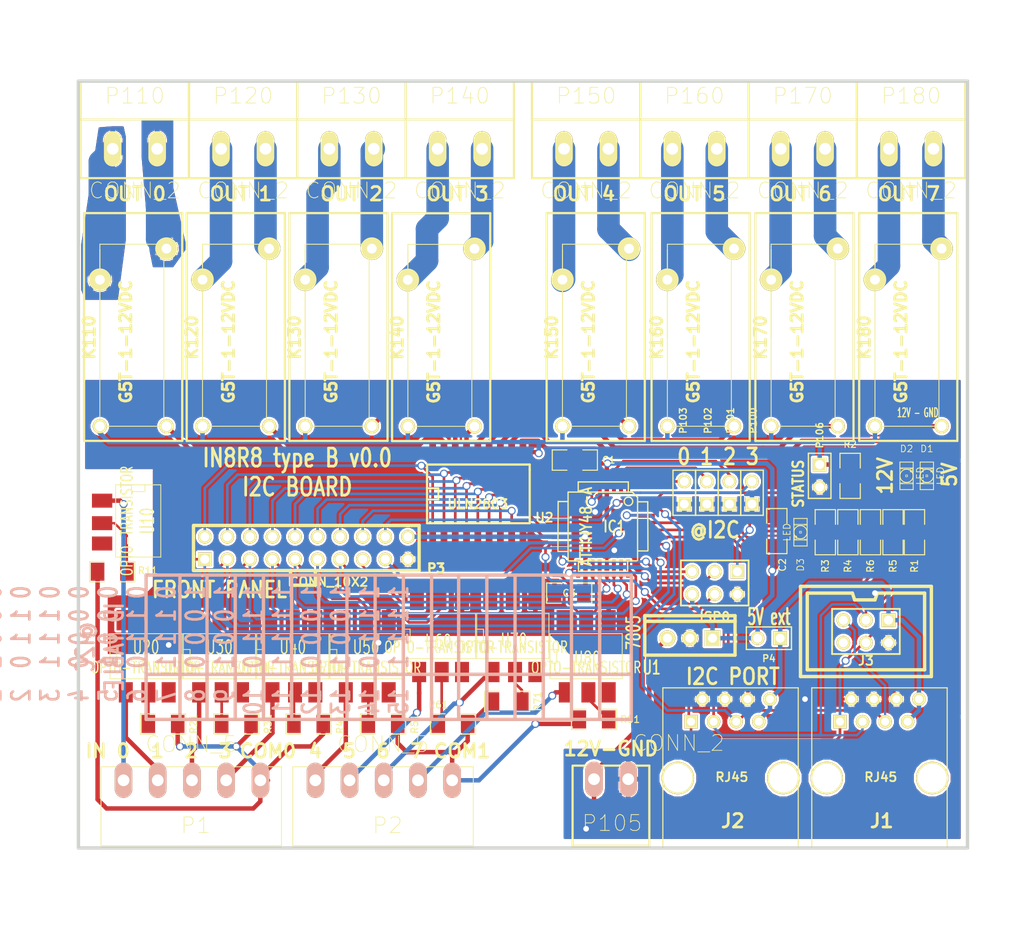
<source format=kicad_pcb>
(kicad_pcb (version 3) (host pcbnew "(2013-mar-13)-testing")
  (title_block (title "4in4out I2C board") (rev 0) (company "XPLDUINO project") (comment 1 "GNU GPL v2") (comment 2 "Domotic Open Source "))
  (layers (15 Dessus signal) (0 Dessous signal) (18 B.Paste user) (19 F.Paste user) (20 B.SilkS user hide) (21 F.SilkS user) (22 B.Mask user) (23 F.Mask user) (28 Edge.Cuts user))
  (net 0 "")
  (net 1 +12V)
  (net 2 +5V)
  (net 3 /230_110_1)
  (net 4 /230_110_2)
  (net 5 /230_120_1)
  (net 6 /230_120_2)
  (net 7 /230_130_1)
  (net 8 /230_130_2)
  (net 9 /230_140_1)
  (net 10 /230_140_2)
  (net 11 /230_150_1)
  (net 12 /230_150_2)
  (net 13 /230_160_1)
  (net 14 /230_160_2)
  (net 15 /230_170_1)
  (net 16 /230_170_2)
  (net 17 /230_180_1)
  (net 18 /230_180_2)
  (net 19 /INT)
  (net 20 5V_EXT)
  (net 21 A0)
  (net 22 A1)
  (net 23 A2)
  (net 24 A3)
  (net 25 CMD0)
  (net 26 CMD1)
  (net 27 CMD2)
  (net 28 CMD3)
  (net 29 CMD4)
  (net 30 CMD5)
  (net 31 CMD6)
  (net 32 CMD7)
  (net 33 COM0)
  (net 34 COM1)
  (net 35 GND)
  (net 36 IN0)
  (net 37 IN1)
  (net 38 IN2)
  (net 39 IN3)
  (net 40 IN4)
  (net 41 IN5)
  (net 42 IN6)
  (net 43 IN7)
  (net 44 LED)
  (net 45 MISO)
  (net 46 MOSI)
  (net 47 N-0000048)
  (net 48 N-0000049)
  (net 49 N-0000050)
  (net 50 N-0000051)
  (net 51 N-0000052)
  (net 52 N-0000053)
  (net 53 N-0000054)
  (net 54 N-0000055)
  (net 55 N-0000056)
  (net 56 N-0000057)
  (net 57 N-0000058)
  (net 58 N-0000059)
  (net 59 N-0000060)
  (net 60 N-0000062)
  (net 61 N-0000063)
  (net 62 N-0000074)
  (net 63 N-0000075)
  (net 64 N-0000076)
  (net 65 N-0000077)
  (net 66 N-0000082)
  (net 67 N-0000083)
  (net 68 N-0000084)
  (net 69 N-0000085)
  (net 70 N-0000086)
  (net 71 N-0000087)
  (net 72 N-0000088)
  (net 73 N-0000089)
  (net 74 N-0000091)
  (net 75 OUT0)
  (net 76 OUT1)
  (net 77 OUT2)
  (net 78 OUT3)
  (net 79 OUT4)
  (net 80 OUT5)
  (net 81 OUT6)
  (net 82 OUT7)
  (net 83 R0)
  (net 84 R1)
  (net 85 R2)
  (net 86 R3)
  (net 87 R4)
  (net 88 R5)
  (net 89 R6)
  (net 90 R7)
  (net 91 RESET)
  (net 92 SCK)
  (net 93 SCL)
  (net 94 SDA)
  (module SOIC18 (layer Dessus) (at 226.568 117.602)
    (fp_text reference U2 (at 7.493 2.667) (layer F.SilkS) (effects (font (size 1.016 1.016) (thickness 0.2032))))
    (fp_text value ULN2803 (at 0 1.143) (layer F.SilkS) (effects (font (size 1.016 1.016) (thickness 0.2032))))
    (pad 1 smd rect (at -5.08 4.7) (size 0.762 2) (layers Dessus F.Paste F.Mask) (net 75 OUT0))
    (pad 2 smd rect (at -3.81 4.699) (size 0.762 2) (layers Dessus F.Paste F.Mask) (net 76 OUT1))
    (pad 3 smd rect (at -2.54 4.699) (size 0.762 2) (layers Dessus F.Paste F.Mask) (net 77 OUT2))
    (pad 4 smd rect (at -1.27 4.699) (size 0.762 2) (layers Dessus F.Paste F.Mask) (net 78 OUT3))
    (pad 5 smd rect (at 0 4.699) (size 0.762 2) (layers Dessus F.Paste F.Mask) (net 79 OUT4))
    (pad 6 smd rect (at 1.27 4.699) (size 0.762 2) (layers Dessus F.Paste F.Mask) (net 80 OUT5))
    (pad 7 smd rect (at 2.54 4.699) (size 0.762 2) (layers Dessus F.Paste F.Mask) (net 81 OUT6))
    (pad 8 smd rect (at 3.81 4.699) (size 0.762 2) (layers Dessus F.Paste F.Mask) (net 82 OUT7))
    (pad 9 smd rect (at 5.08 4.699) (size 0.762 2) (layers Dessus F.Paste F.Mask) (net 35 GND))
    (pad 10 smd rect (at 5.08 -4.699) (size 0.762 2) (layers Dessus F.Paste F.Mask) (net 1 +12V))
    (pad 11 smd rect (at 3.81 -4.699) (size 0.762 2) (layers Dessus F.Paste F.Mask) (net 90 R7))
    (pad 12 smd rect (at 2.54 -4.699) (size 0.762 2) (layers Dessus F.Paste F.Mask) (net 89 R6))
    (pad 18 smd rect (at -5.08 -4.7) (size 0.762 2) (layers Dessus F.Paste F.Mask) (net 83 R0))
    (pad 17 smd rect (at -3.81 -4.699) (size 0.762 2) (layers Dessus F.Paste F.Mask) (net 84 R1))
    (pad 16 smd rect (at -2.54 -4.699) (size 0.762 2) (layers Dessus F.Paste F.Mask) (net 85 R2))
    (pad 15 smd rect (at -1.27 -4.699) (size 0.762 2) (layers Dessus F.Paste F.Mask) (net 86 R3))
    (pad 14 smd rect (at 0 -4.699) (size 0.762 2) (layers Dessus F.Paste F.Mask) (net 87 R4))
    (pad 13 smd rect (at 1.27 -4.699) (size 0.762 2) (layers Dessus F.Paste F.Mask) (net 88 R5))
  )
  (module pin_array_10x2 (layer Dessus) (at 209.804 123.698)
    (fp_text reference P3 (at 12.065 2.286) (layer F.SilkS) (effects (font (size 1.016 1.016) (thickness 0.27432))))
    (fp_text value CONN_10X2 (at 0 3.81) (layer F.SilkS) (effects (font (size 1.016 1.016) (thickness 0.2032))))
    (pad 1 thru_hole rect (at -13.97 1.27) (size 1.524 1.524) (drill 1.016) (layers *.Cu *.Mask F.SilkS) (net 25 CMD0))
    (pad 2 thru_hole circle (at -13.97 -1.27) (size 1.524 1.524) (drill 1.016) (layers *.Cu *.Mask F.SilkS) (net 75 OUT0))
    (pad 3 thru_hole circle (at -11.43 1.27) (size 1.524 1.524) (drill 1.016) (layers *.Cu *.Mask F.SilkS) (net 26 CMD1))
    (pad 4 thru_hole circle (at -11.43 -1.27) (size 1.524 1.524) (drill 1.016) (layers *.Cu *.Mask F.SilkS) (net 76 OUT1))
    (pad 5 thru_hole circle (at -8.89 1.27) (size 1.524 1.524) (drill 1.016) (layers *.Cu *.Mask F.SilkS) (net 27 CMD2))
    (pad 6 thru_hole circle (at -8.89 -1.27) (size 1.524 1.524) (drill 1.016) (layers *.Cu *.Mask F.SilkS) (net 77 OUT2))
    (pad 7 thru_hole circle (at -6.35 1.27) (size 1.524 1.524) (drill 1.016) (layers *.Cu *.Mask F.SilkS) (net 28 CMD3))
    (pad 8 thru_hole circle (at -6.35 -1.27) (size 1.524 1.524) (drill 1.016) (layers *.Cu *.Mask F.SilkS) (net 78 OUT3))
    (pad 9 thru_hole circle (at -3.81 1.27) (size 1.524 1.524) (drill 1.016) (layers *.Cu *.Mask F.SilkS) (net 29 CMD4))
    (pad 10 thru_hole circle (at -3.81 -1.27) (size 1.524 1.524) (drill 1.016) (layers *.Cu *.Mask F.SilkS) (net 79 OUT4))
    (pad 11 thru_hole circle (at -1.27 1.27) (size 1.524 1.524) (drill 1.016) (layers *.Cu *.Mask F.SilkS) (net 30 CMD5))
    (pad 12 thru_hole circle (at -1.27 -1.27) (size 1.524 1.524) (drill 1.016) (layers *.Cu *.Mask F.SilkS) (net 80 OUT5))
    (pad 13 thru_hole circle (at 1.27 1.27) (size 1.524 1.524) (drill 1.016) (layers *.Cu *.Mask F.SilkS) (net 31 CMD6))
    (pad 14 thru_hole circle (at 1.27 -1.27) (size 1.524 1.524) (drill 1.016) (layers *.Cu *.Mask F.SilkS) (net 81 OUT6))
    (pad 15 thru_hole circle (at 3.81 1.27) (size 1.524 1.524) (drill 1.016) (layers *.Cu *.Mask F.SilkS) (net 32 CMD7))
    (pad 16 thru_hole circle (at 3.81 -1.27) (size 1.524 1.524) (drill 1.016) (layers *.Cu *.Mask F.SilkS) (net 82 OUT7))
    (pad 17 thru_hole circle (at 6.35 1.27) (size 1.524 1.524) (drill 1.016) (layers *.Cu *.Mask F.SilkS) (net 91 RESET))
    (pad 18 thru_hole circle (at 6.35 -1.27) (size 1.524 1.524) (drill 1.016) (layers *.Cu *.Mask F.SilkS) (net 44 LED))
    (pad 19 thru_hole circle (at 8.89 1.27) (size 1.524 1.524) (drill 1.016) (layers *.Cu *.Mask F.SilkS) (net 35 GND))
    (pad 20 thru_hole circle (at 8.89 -1.27) (size 1.524 1.524) (drill 1.016) (layers *.Cu *.Mask F.SilkS) (net 2 +5V))
  )
  (module PIN_ARRAY_2X1 (layer Dessus) (at 259.334 133.858 180)
    (fp_text reference P4 (at 0 -2.286 180) (layer F.SilkS) (effects (font (size 0.762 0.762) (thickness 0.1524))))
    (fp_text value CONN_2 hide)
    (pad 1 thru_hole rect (at -1.27 0 180) (size 1.524 1.524) (drill 1.016) (layers *.Cu *.Mask F.SilkS) (net 20 5V_EXT))
    (pad 2 thru_hole circle (at 1.27 0 180) (size 1.524 1.524) (drill 1.016) (layers *.Cu *.Mask F.SilkS) (net 2 +5V))
  )
  (module TQFP32 (layer Dessus) (at 240.665 121.285 270)
    (fp_text reference IC1 (at 0 -1.27 360) (layer F.SilkS) (effects (font (size 1.27 1.016) (thickness 0.2032))))
    (fp_text value ATTINY48-A (at 0 1.905 270) (layer F.SilkS) (effects (font (size 1.27 1.016) (thickness 0.2032))))
    (pad 8 smd rect (at -4.81584 2.77622 270) (size 1.99898 0.44958) (layers Dessus F.Paste F.Mask) (net 75 OUT0))
    (pad 7 smd rect (at -4.81584 1.97612 270) (size 1.99898 0.44958) (layers Dessus F.Paste F.Mask) (net 76 OUT1))
    (pad 6 smd rect (at -4.81584 1.17602 270) (size 1.99898 0.44958) (layers Dessus F.Paste F.Mask) (net 24 A3))
    (pad 5 smd rect (at -4.81584 0.37592 270) (size 1.99898 0.44958) (layers Dessus F.Paste F.Mask) (net 35 GND))
    (pad 4 smd rect (at -4.81584 -0.42418 270) (size 1.99898 0.44958) (layers Dessus F.Paste F.Mask) (net 2 +5V))
    (pad 3 smd rect (at -4.81584 -1.22428 270) (size 1.99898 0.44958) (layers Dessus F.Paste F.Mask) (net 23 A2))
    (pad 2 smd rect (at -4.81584 -2.02438 270) (size 1.99898 0.44958) (layers Dessus F.Paste F.Mask) (net 22 A1))
    (pad 1 smd rect (at -4.81584 -2.82448 270) (size 1.99898 0.44958) (layers Dessus F.Paste F.Mask) (net 21 A0))
    (pad 24 smd rect (at 4.7498 -2.8194 270) (size 1.99898 0.44958) (layers Dessus F.Paste F.Mask) (net 28 CMD3))
    (pad 17 smd rect (at 4.7498 2.794 270) (size 1.99898 0.44958) (layers Dessus F.Paste F.Mask) (net 92 SCK))
    (pad 18 smd rect (at 4.7498 1.9812 270) (size 1.99898 0.44958) (layers Dessus F.Paste F.Mask) (net 2 +5V))
    (pad 19 smd rect (at 4.7498 1.1684 270) (size 1.99898 0.44958) (layers Dessus F.Paste F.Mask) (net 32 CMD7))
    (pad 20 smd rect (at 4.7498 0.381 270) (size 1.99898 0.44958) (layers Dessus F.Paste F.Mask) (net 31 CMD6))
    (pad 21 smd rect (at 4.7498 -0.4318 270) (size 1.99898 0.44958) (layers Dessus F.Paste F.Mask) (net 35 GND))
    (pad 22 smd rect (at 4.7498 -1.2192 270) (size 1.99898 0.44958) (layers Dessus F.Paste F.Mask) (net 30 CMD5))
    (pad 23 smd rect (at 4.7498 -2.032 270) (size 1.99898 0.44958) (layers Dessus F.Paste F.Mask) (net 29 CMD4))
    (pad 32 smd rect (at -2.82448 -4.826 270) (size 0.44958 1.99898) (layers Dessus F.Paste F.Mask) (net 44 LED))
    (pad 31 smd rect (at -2.02692 -4.826 270) (size 0.44958 1.99898) (layers Dessus F.Paste F.Mask) (net 19 /INT))
    (pad 30 smd rect (at -1.22428 -4.826 270) (size 0.44958 1.99898) (layers Dessus F.Paste F.Mask) (net 25 CMD0))
    (pad 29 smd rect (at -0.42672 -4.826 270) (size 0.44958 1.99898) (layers Dessus F.Paste F.Mask) (net 91 RESET))
    (pad 28 smd rect (at 0.37592 -4.826 270) (size 0.44958 1.99898) (layers Dessus F.Paste F.Mask) (net 93 SCL))
    (pad 27 smd rect (at 1.17348 -4.826 270) (size 0.44958 1.99898) (layers Dessus F.Paste F.Mask) (net 94 SDA))
    (pad 26 smd rect (at 1.97612 -4.826 270) (size 0.44958 1.99898) (layers Dessus F.Paste F.Mask) (net 26 CMD1))
    (pad 25 smd rect (at 2.77368 -4.826 270) (size 0.44958 1.99898) (layers Dessus F.Paste F.Mask) (net 27 CMD2))
    (pad 9 smd rect (at -2.8194 4.7752 270) (size 0.44958 1.99898) (layers Dessus F.Paste F.Mask) (net 77 OUT2))
    (pad 10 smd rect (at -2.032 4.7752 270) (size 0.44958 1.99898) (layers Dessus F.Paste F.Mask) (net 78 OUT3))
    (pad 11 smd rect (at -1.2192 4.7752 270) (size 0.44958 1.99898) (layers Dessus F.Paste F.Mask) (net 79 OUT4))
    (pad 12 smd rect (at -0.4318 4.7752 270) (size 0.44958 1.99898) (layers Dessus F.Paste F.Mask) (net 80 OUT5))
    (pad 13 smd rect (at 0.3556 4.7752 270) (size 0.44958 1.99898) (layers Dessus F.Paste F.Mask) (net 81 OUT6))
    (pad 14 smd rect (at 1.1684 4.7752 270) (size 0.44958 1.99898) (layers Dessus F.Paste F.Mask) (net 82 OUT7))
    (pad 15 smd rect (at 1.9812 4.7752 270) (size 0.44958 1.99898) (layers Dessus F.Paste F.Mask) (net 46 MOSI))
    (pad 16 smd rect (at 2.794 4.7752 270) (size 0.44958 1.99898) (layers Dessus F.Paste F.Mask) (net 45 MISO))
  )
  (module CMS-6 (layer Dessus) (at 230.505 133.604)
    (fp_text reference U70 (at 0.127 0.508) (layer F.SilkS) (effects (font (size 1.524 1.016) (thickness 0.1524))))
    (fp_text value OPTO-TRANSISTOR (at 0 1.27) (layer F.SilkS) (effects (font (size 1.27 0.889) (thickness 0.1524))))
    (pad 1 smd rect (at -2.286 4.064) (size 1.5748 2.286) (layers Dessus F.Paste F.Mask) (net 42 IN6))
    (pad 2 smd rect (at 0.254 4.064) (size 1.5748 2.286) (layers Dessus F.Paste F.Mask) (net 48 N-0000049))
    (pad 3 smd rect (at 2.54 4.064) (size 1.5748 2.286) (layers Dessus F.Paste F.Mask) (net 49 N-0000050))
    (pad 4 smd rect (at 2.54 -4.064) (size 1.5748 2.286) (layers Dessus F.Paste F.Mask) (net 35 GND))
    (pad 5 smd rect (at 0 -4.064) (size 1.5748 2.286) (layers Dessus F.Paste F.Mask) (net 31 CMD6))
    (pad 6 smd rect (at -2.54 -4.064) (size 1.5748 2.286) (layers Dessus F.Paste F.Mask) (net 50 N-0000051))
  )
  (module CMS-6 (layer Dessus) (at 238.76 135.89)
    (fp_text reference U80 (at 0.127 0.254) (layer F.SilkS) (effects (font (size 1.524 1.016) (thickness 0.1524))))
    (fp_text value OPTO-TRANSISTOR (at 0 1.27) (layer F.SilkS) (effects (font (size 1.27 0.889) (thickness 0.1524))))
    (pad 1 smd rect (at -2.286 4.064) (size 1.5748 2.286) (layers Dessus F.Paste F.Mask) (net 43 IN7))
    (pad 2 smd rect (at 0.254 4.064) (size 1.5748 2.286) (layers Dessus F.Paste F.Mask) (net 51 N-0000052))
    (pad 3 smd rect (at 2.54 4.064) (size 1.5748 2.286) (layers Dessus F.Paste F.Mask) (net 52 N-0000053))
    (pad 4 smd rect (at 2.54 -4.064) (size 1.5748 2.286) (layers Dessus F.Paste F.Mask) (net 35 GND))
    (pad 5 smd rect (at 0 -4.064) (size 1.5748 2.286) (layers Dessus F.Paste F.Mask) (net 32 CMD7))
    (pad 6 smd rect (at -2.54 -4.064) (size 1.5748 2.286) (layers Dessus F.Paste F.Mask) (net 53 N-0000054))
  )
  (module CMS-6 (layer Dessus) (at 222.25 133.604)
    (fp_text reference U60 (at -0.127 0.635) (layer F.SilkS) (effects (font (size 1.524 1.016) (thickness 0.1524))))
    (fp_text value OPTO-TRANSISTOR (at 0 1.27) (layer F.SilkS) (effects (font (size 1.27 0.889) (thickness 0.1524))))
    (pad 1 smd rect (at -2.286 4.064) (size 1.5748 2.286) (layers Dessus F.Paste F.Mask) (net 41 IN5))
    (pad 2 smd rect (at 0.254 4.064) (size 1.5748 2.286) (layers Dessus F.Paste F.Mask) (net 60 N-0000062))
    (pad 3 smd rect (at 2.54 4.064) (size 1.5748 2.286) (layers Dessus F.Paste F.Mask) (net 61 N-0000063))
    (pad 4 smd rect (at 2.54 -4.064) (size 1.5748 2.286) (layers Dessus F.Paste F.Mask) (net 35 GND))
    (pad 5 smd rect (at 0 -4.064) (size 1.5748 2.286) (layers Dessus F.Paste F.Mask) (net 30 CMD5))
    (pad 6 smd rect (at -2.54 -4.064) (size 1.5748 2.286) (layers Dessus F.Paste F.Mask) (net 47 N-0000048))
  )
  (module CMS-6 (layer Dessus) (at 213.995 135.89)
    (fp_text reference U50 (at 0 -1.016) (layer F.SilkS) (effects (font (size 1.524 1.016) (thickness 0.1524))))
    (fp_text value OPTO-TRANSISTOR (at 0 1.27) (layer F.SilkS) (effects (font (size 1.27 0.889) (thickness 0.1524))))
    (pad 1 smd rect (at -2.286 4.064) (size 1.5748 2.286) (layers Dessus F.Paste F.Mask) (net 40 IN4))
    (pad 2 smd rect (at 0.254 4.064) (size 1.5748 2.286) (layers Dessus F.Paste F.Mask) (net 54 N-0000055))
    (pad 3 smd rect (at 2.54 4.064) (size 1.5748 2.286) (layers Dessus F.Paste F.Mask) (net 58 N-0000059))
    (pad 4 smd rect (at 2.54 -4.064) (size 1.5748 2.286) (layers Dessus F.Paste F.Mask) (net 35 GND))
    (pad 5 smd rect (at 0 -4.064) (size 1.5748 2.286) (layers Dessus F.Paste F.Mask) (net 29 CMD4))
    (pad 6 smd rect (at -2.54 -4.064) (size 1.5748 2.286) (layers Dessus F.Paste F.Mask) (net 59 N-0000060))
  )
  (module CMS-6 (layer Dessus) (at 205.74 135.89)
    (fp_text reference U40 (at 0 -1.016) (layer F.SilkS) (effects (font (size 1.524 1.016) (thickness 0.1524))))
    (fp_text value OPTO-TRANSISTOR (at 0 1.27) (layer F.SilkS) (effects (font (size 1.27 0.889) (thickness 0.1524))))
    (pad 1 smd rect (at -2.286 4.064) (size 1.5748 2.286) (layers Dessus F.Paste F.Mask) (net 39 IN3))
    (pad 2 smd rect (at 0.254 4.064) (size 1.5748 2.286) (layers Dessus F.Paste F.Mask) (net 55 N-0000056))
    (pad 3 smd rect (at 2.54 4.064) (size 1.5748 2.286) (layers Dessus F.Paste F.Mask) (net 56 N-0000057))
    (pad 4 smd rect (at 2.54 -4.064) (size 1.5748 2.286) (layers Dessus F.Paste F.Mask) (net 35 GND))
    (pad 5 smd rect (at 0 -4.064) (size 1.5748 2.286) (layers Dessus F.Paste F.Mask) (net 28 CMD3))
    (pad 6 smd rect (at -2.54 -4.064) (size 1.5748 2.286) (layers Dessus F.Paste F.Mask) (net 57 N-0000058))
  )
  (module CMS-6 (layer Dessus) (at 197.485 135.89)
    (fp_text reference U30 (at 0 -1.016) (layer F.SilkS) (effects (font (size 1.524 1.016) (thickness 0.1524))))
    (fp_text value OPTO-TRANSISTOR (at 0 1.27) (layer F.SilkS) (effects (font (size 1.27 0.889) (thickness 0.1524))))
    (pad 1 smd rect (at -2.286 4.064) (size 1.5748 2.286) (layers Dessus F.Paste F.Mask) (net 38 IN2))
    (pad 2 smd rect (at 0.254 4.064) (size 1.5748 2.286) (layers Dessus F.Paste F.Mask) (net 69 N-0000085))
    (pad 3 smd rect (at 2.54 4.064) (size 1.5748 2.286) (layers Dessus F.Paste F.Mask) (net 70 N-0000086))
    (pad 4 smd rect (at 2.54 -4.064) (size 1.5748 2.286) (layers Dessus F.Paste F.Mask) (net 35 GND))
    (pad 5 smd rect (at 0 -4.064) (size 1.5748 2.286) (layers Dessus F.Paste F.Mask) (net 27 CMD2))
    (pad 6 smd rect (at -2.54 -4.064) (size 1.5748 2.286) (layers Dessus F.Paste F.Mask) (net 71 N-0000087))
  )
  (module CMS-6 (layer Dessus) (at 189.23 135.89)
    (fp_text reference U20 (at 0 -1.016) (layer F.SilkS) (effects (font (size 1.524 1.016) (thickness 0.1524))))
    (fp_text value OPTO-TRANSISTOR (at 0 1.27) (layer F.SilkS) (effects (font (size 1.27 0.889) (thickness 0.1524))))
    (pad 1 smd rect (at -2.286 4.064) (size 1.5748 2.286) (layers Dessus F.Paste F.Mask) (net 37 IN1))
    (pad 2 smd rect (at 0.254 4.064) (size 1.5748 2.286) (layers Dessus F.Paste F.Mask) (net 66 N-0000082))
    (pad 3 smd rect (at 2.54 4.064) (size 1.5748 2.286) (layers Dessus F.Paste F.Mask) (net 67 N-0000083))
    (pad 4 smd rect (at 2.54 -4.064) (size 1.5748 2.286) (layers Dessus F.Paste F.Mask) (net 35 GND))
    (pad 5 smd rect (at 0 -4.064) (size 1.5748 2.286) (layers Dessus F.Paste F.Mask) (net 26 CMD1))
    (pad 6 smd rect (at -2.54 -4.064) (size 1.5748 2.286) (layers Dessus F.Paste F.Mask) (net 68 N-0000084))
  )
  (module MOL_CONN_5_MINI (layer Dessus) (at 208.28 149.86)
    (fp_text reference P2 (at 8.128 5.08) (layer F.SilkS) (effects (font (size 1.778 1.778) (thickness 0.0889))))
    (fp_text value CONN_5 (at 7.62 -4.064) (layer F.SilkS) (effects (font (size 1.778 1.778) (thickness 0.0889))))
    (pad 1 thru_hole oval (at 0 0) (size 1.9812 3.9624) (drill 1.320799) (layers *.Cu *.SilkS *.Mask F.Paste) (net 40 IN4))
    (pad 2 thru_hole oval (at 3.85 0) (size 1.9812 3.9624) (drill 1.320799) (layers *.Cu *.SilkS *.Mask F.Paste) (net 41 IN5))
    (pad 3 thru_hole oval (at 7.7 0) (size 1.9812 3.9624) (drill 1.320799) (layers *.Cu *.SilkS *.Mask F.Paste) (net 42 IN6))
    (pad 4 thru_hole oval (at 11.55 0) (size 1.9812 3.9624) (drill 1.320799) (layers *.Cu *.SilkS *.Mask F.Paste) (net 43 IN7))
    (pad 5 thru_hole oval (at 15.4 0) (size 1.9812 3.9624) (drill 1.320799) (layers *.Cu *.SilkS *.Mask F.Paste) (net 34 COM1))
  )
  (module MOL_CONN_5_MINI (layer Dessus) (at 186.69 149.86)
    (fp_text reference P1 (at 8.128 5.08) (layer F.SilkS) (effects (font (size 1.778 1.778) (thickness 0.0889))))
    (fp_text value CONN_5 (at 7.62 -4.064) (layer F.SilkS) (effects (font (size 1.778 1.778) (thickness 0.0889))))
    (pad 1 thru_hole oval (at 0 0) (size 1.9812 3.9624) (drill 1.320799) (layers *.Cu *.SilkS *.Mask F.Paste) (net 36 IN0))
    (pad 2 thru_hole oval (at 3.85 0) (size 1.9812 3.9624) (drill 1.320799) (layers *.Cu *.SilkS *.Mask F.Paste) (net 37 IN1))
    (pad 3 thru_hole oval (at 7.7 0) (size 1.9812 3.9624) (drill 1.320799) (layers *.Cu *.SilkS *.Mask F.Paste) (net 38 IN2))
    (pad 4 thru_hole oval (at 11.55 0) (size 1.9812 3.9624) (drill 1.320799) (layers *.Cu *.SilkS *.Mask F.Paste) (net 39 IN3))
    (pad 5 thru_hole oval (at 15.4 0) (size 1.9812 3.9624) (drill 1.320799) (layers *.Cu *.SilkS *.Mask F.Paste) (net 33 COM0))
  )
  (module HE10-6 (layer Dessus) (at 270.256 133.096 180)
    (fp_text reference J3 (at 0 -3.302 180) (layer F.SilkS) (effects (font (size 1.016 1.016) (thickness 0.2032))))
    (fp_text value CONN_6 hide)
    (pad 1 thru_hole rect (at -2.54 1.27 180) (size 1.524 1.524) (drill 1.016) (layers *.Cu *.Mask F.SilkS) (net 20 5V_EXT))
    (pad 2 thru_hole circle (at -2.54 -1.27 180) (size 1.524 1.524) (drill 1.016) (layers *.Cu *.Mask F.SilkS) (net 35 GND))
    (pad 3 thru_hole circle (at 0 1.27 180) (size 1.524 1.524) (drill 1.016) (layers *.Cu *.Mask F.SilkS) (net 93 SCL))
    (pad 4 thru_hole circle (at 0 -1.27 180) (size 1.524 1.524) (drill 1.016) (layers *.Cu *.Mask F.SilkS) (net 94 SDA))
    (pad 5 thru_hole circle (at 2.54 1.27 180) (size 1.524 1.524) (drill 1.016) (layers *.Cu *.Mask F.SilkS) (net 19 /INT))
    (pad 6 thru_hole circle (at 2.54 -1.27 180) (size 1.524 1.524) (drill 1.016) (layers *.Cu *.Mask F.SilkS) (net 74 N-0000091))
  )
  (module LED-1206 (layer Dessus) (at 277.114 115.57 90)
    (fp_text reference D1 (at 3.048 0 180) (layer F.SilkS) (effects (font (size 0.762 0.762) (thickness 0.0889))))
    (fp_text value LED (at 0 1.524 90) (layer F.SilkS) (effects (font (size 0.762 0.762) (thickness 0.0889))))
    (pad 1 smd rect (at -1.41986 0 90) (size 1.59766 1.80086) (layers Dessus F.Paste F.Mask) (net 73 N-0000089))
    (pad 2 smd rect (at 1.41986 0 90) (size 1.59766 1.80086) (layers Dessus F.Paste F.Mask) (net 35 GND))
  )
  (module LED-1206 (layer Dessus) (at 274.828 115.57 90)
    (fp_text reference D2 (at 3.048 0 180) (layer F.SilkS) (effects (font (size 0.762 0.762) (thickness 0.0889))))
    (fp_text value LED (at 0 1.524 90) (layer F.SilkS) (effects (font (size 0.762 0.762) (thickness 0.0889))))
    (pad 1 smd rect (at -1.41986 0 90) (size 1.59766 1.80086) (layers Dessus F.Paste F.Mask) (net 72 N-0000088))
    (pad 2 smd rect (at 1.41986 0 90) (size 1.59766 1.80086) (layers Dessus F.Paste F.Mask) (net 35 GND))
  )
  (module LED-1206 (layer Dessus) (at 262.89 121.92 270)
    (fp_text reference D3 (at 3.683 0 270) (layer F.SilkS) (effects (font (size 0.762 0.762) (thickness 0.0889))))
    (fp_text value LED (at 0 1.524 270) (layer F.SilkS) (effects (font (size 0.762 0.762) (thickness 0.0889))))
    (pad 1 smd rect (at -1.41986 0 270) (size 1.59766 1.80086) (layers Dessus F.Paste F.Mask) (net 44 LED))
    (pad 2 smd rect (at 1.41986 0 270) (size 1.59766 1.80086) (layers Dessus F.Paste F.Mask) (net 62 N-0000074))
  )
  (module MOL_CONN_2_VH (layer Dessus) (at 224.536 78.74 180)
    (fp_text reference P140 (at 0 5.969 180) (layer F.SilkS) (effects (font (size 1.778 1.778) (thickness 0.0889))))
    (fp_text value CONN_2 (at 0 -4.699 180) (layer F.SilkS) (effects (font (size 1.778 1.778) (thickness 0.0889))))
    (pad 1 thru_hole oval (at -2.5146 0 180) (size 1.9812 3.9624) (drill 1.320799) (layers *.Cu *.Mask F.Paste F.SilkS) (net 9 /230_140_1))
    (pad 2 thru_hole oval (at 2.4892 0 180) (size 1.9812 3.9624) (drill 1.320799) (layers *.Cu *.Mask F.Paste F.SilkS) (net 10 /230_140_2))
  )
  (module MOL_CONN_2_VH (layer Dessus) (at 212.344 78.74 180)
    (fp_text reference P130 (at 0 5.969 180) (layer F.SilkS) (effects (font (size 1.778 1.778) (thickness 0.0889))))
    (fp_text value CONN_2 (at 0 -4.699 180) (layer F.SilkS) (effects (font (size 1.778 1.778) (thickness 0.0889))))
    (pad 1 thru_hole oval (at -2.5146 0 180) (size 1.9812 3.9624) (drill 1.320799) (layers *.Cu *.Mask F.Paste F.SilkS) (net 7 /230_130_1))
    (pad 2 thru_hole oval (at 2.4892 0 180) (size 1.9812 3.9624) (drill 1.320799) (layers *.Cu *.Mask F.Paste F.SilkS) (net 8 /230_130_2))
  )
  (module MOL_CONN_2_VH (layer Dessus) (at 200.152 78.74 180)
    (fp_text reference P120 (at 0 5.969 180) (layer F.SilkS) (effects (font (size 1.778 1.778) (thickness 0.0889))))
    (fp_text value CONN_2 (at 0 -4.699 180) (layer F.SilkS) (effects (font (size 1.778 1.778) (thickness 0.0889))))
    (pad 1 thru_hole oval (at -2.5146 0 180) (size 1.9812 3.9624) (drill 1.320799) (layers *.Cu *.Mask F.Paste F.SilkS) (net 5 /230_120_1))
    (pad 2 thru_hole oval (at 2.4892 0 180) (size 1.9812 3.9624) (drill 1.320799) (layers *.Cu *.Mask F.Paste F.SilkS) (net 6 /230_120_2))
  )
  (module MOL_CONN_2_VH (layer Dessus) (at 238.76 78.74 180)
    (fp_text reference P150 (at 0 5.969 180) (layer F.SilkS) (effects (font (size 1.778 1.778) (thickness 0.0889))))
    (fp_text value CONN_2 (at 0 -4.699 180) (layer F.SilkS) (effects (font (size 1.778 1.778) (thickness 0.0889))))
    (pad 1 thru_hole oval (at -2.5146 0 180) (size 1.9812 3.9624) (drill 1.320799) (layers *.Cu *.Mask F.Paste F.SilkS) (net 11 /230_150_1))
    (pad 2 thru_hole oval (at 2.4892 0 180) (size 1.9812 3.9624) (drill 1.320799) (layers *.Cu *.Mask F.Paste F.SilkS) (net 12 /230_150_2))
  )
  (module MOL_CONN_2_VH (layer Dessus) (at 187.96 78.74 180)
    (fp_text reference P110 (at 0 5.969 180) (layer F.SilkS) (effects (font (size 1.778 1.778) (thickness 0.0889))))
    (fp_text value CONN_2 (at 0 -4.699 180) (layer F.SilkS) (effects (font (size 1.778 1.778) (thickness 0.0889))))
    (pad 1 thru_hole oval (at -2.5146 0 180) (size 1.9812 3.9624) (drill 1.320799) (layers *.Cu *.Mask F.Paste F.SilkS) (net 3 /230_110_1))
    (pad 2 thru_hole oval (at 2.4892 0 180) (size 1.9812 3.9624) (drill 1.320799) (layers *.Cu *.Mask F.Paste F.SilkS) (net 4 /230_110_2))
  )
  (module MOL_CONN_2_VH (layer Dessus) (at 250.952 78.74 180)
    (fp_text reference P160 (at 0 5.969 180) (layer F.SilkS) (effects (font (size 1.778 1.778) (thickness 0.0889))))
    (fp_text value CONN_2 (at 0 -4.699 180) (layer F.SilkS) (effects (font (size 1.778 1.778) (thickness 0.0889))))
    (pad 1 thru_hole oval (at -2.5146 0 180) (size 1.9812 3.9624) (drill 1.320799) (layers *.Cu *.Mask F.Paste F.SilkS) (net 13 /230_160_1))
    (pad 2 thru_hole oval (at 2.4892 0 180) (size 1.9812 3.9624) (drill 1.320799) (layers *.Cu *.Mask F.Paste F.SilkS) (net 14 /230_160_2))
  )
  (module MOL_CONN_2_VH (layer Dessus) (at 275.336 78.74 180)
    (fp_text reference P180 (at 0 5.969 180) (layer F.SilkS) (effects (font (size 1.778 1.778) (thickness 0.0889))))
    (fp_text value CONN_2 (at 0 -4.699 180) (layer F.SilkS) (effects (font (size 1.778 1.778) (thickness 0.0889))))
    (pad 1 thru_hole oval (at -2.5146 0 180) (size 1.9812 3.9624) (drill 1.320799) (layers *.Cu *.Mask F.Paste F.SilkS) (net 17 /230_180_1))
    (pad 2 thru_hole oval (at 2.4892 0 180) (size 1.9812 3.9624) (drill 1.320799) (layers *.Cu *.Mask F.Paste F.SilkS) (net 18 /230_180_2))
  )
  (module MOL_CONN_2_VH (layer Dessus) (at 263.144 78.74 180)
    (fp_text reference P170 (at 0 5.969 180) (layer F.SilkS) (effects (font (size 1.778 1.778) (thickness 0.0889))))
    (fp_text value CONN_2 (at 0 -4.699 180) (layer F.SilkS) (effects (font (size 1.778 1.778) (thickness 0.0889))))
    (pad 1 thru_hole oval (at -2.5146 0 180) (size 1.9812 3.9624) (drill 1.320799) (layers *.Cu *.Mask F.Paste F.SilkS) (net 15 /230_170_1))
    (pad 2 thru_hole oval (at 2.4892 0 180) (size 1.9812 3.9624) (drill 1.320799) (layers *.Cu *.Mask F.Paste F.SilkS) (net 16 /230_170_2))
  )
  (module PIN_ARRAY_2X1 (layer Dessus) (at 257.429 117.475 90)
    (fp_text reference P100 (at 8.128 0.127 90) (layer F.SilkS) (effects (font (size 0.762 0.762) (thickness 0.1524))))
    (fp_text value CONN_2 hide)
    (pad 1 thru_hole rect (at -1.27 0 90) (size 1.524 1.524) (drill 1.016) (layers *.Cu *.Mask F.SilkS) (net 35 GND))
    (pad 2 thru_hole circle (at 1.27 0 90) (size 1.524 1.524) (drill 1.016) (layers *.Cu *.Mask F.SilkS) (net 24 A3))
  )
  (module PIN_ARRAY_2X1 (layer Dessus) (at 254.889 117.475 90)
    (fp_text reference P101 (at 8.128 0.127 90) (layer F.SilkS) (effects (font (size 0.762 0.762) (thickness 0.1524))))
    (fp_text value CONN_2 hide)
    (pad 1 thru_hole rect (at -1.27 0 90) (size 1.524 1.524) (drill 1.016) (layers *.Cu *.Mask F.SilkS) (net 35 GND))
    (pad 2 thru_hole circle (at 1.27 0 90) (size 1.524 1.524) (drill 1.016) (layers *.Cu *.Mask F.SilkS) (net 23 A2))
  )
  (module PIN_ARRAY_2X1 (layer Dessus) (at 249.809 117.475 90)
    (fp_text reference P103 (at 8.128 -0.127 90) (layer F.SilkS) (effects (font (size 0.762 0.762) (thickness 0.1524))))
    (fp_text value CONN_2 hide)
    (pad 1 thru_hole rect (at -1.27 0 90) (size 1.524 1.524) (drill 1.016) (layers *.Cu *.Mask F.SilkS) (net 35 GND))
    (pad 2 thru_hole circle (at 1.27 0 90) (size 1.524 1.524) (drill 1.016) (layers *.Cu *.Mask F.SilkS) (net 21 A0))
  )
  (module PIN_ARRAY_2X1 (layer Dessus) (at 265.049 115.57 270)
    (fp_text reference P106 (at -4.572 0 270) (layer F.SilkS) (effects (font (size 0.762 0.762) (thickness 0.1524))))
    (fp_text value CONN_2 hide)
    (pad 1 thru_hole rect (at -1.27 0 270) (size 1.524 1.524) (drill 1.016) (layers *.Cu *.Mask F.SilkS) (net 1 +12V))
    (pad 2 thru_hole circle (at 1.27 0 270) (size 1.524 1.524) (drill 1.016) (layers *.Cu *.Mask F.SilkS) (net 35 GND))
  )
  (module PIN_ARRAY_2X1 (layer Dessus) (at 252.349 117.475 90)
    (fp_text reference P102 (at 8.128 0.127 90) (layer F.SilkS) (effects (font (size 0.762 0.762) (thickness 0.1524))))
    (fp_text value CONN_2 hide)
    (pad 1 thru_hole rect (at -1.27 0 90) (size 1.524 1.524) (drill 1.016) (layers *.Cu *.Mask F.SilkS) (net 35 GND))
    (pad 2 thru_hole circle (at 1.27 0 90) (size 1.524 1.524) (drill 1.016) (layers *.Cu *.Mask F.SilkS) (net 22 A1))
  )
  (module SM1206 (layer Dessus) (at 215.9 143.51)
    (fp_text reference R51 (at 3.556 0 90) (layer F.SilkS) (effects (font (size 0.762 0.762) (thickness 0.127))))
    (fp_text value 2KR hide)
    (pad 1 smd rect (at -1.651 0) (size 1.524 2.032) (layers Dessus F.Paste F.Mask) (net 54 N-0000055))
    (pad 2 smd rect (at 1.651 0) (size 1.524 2.032) (layers Dessus F.Paste F.Mask) (net 34 COM1))
  )
  (module SM1206 (layer Dessus) (at 268.224 121.92 90)
    (fp_text reference R4 (at -3.81 0 90) (layer F.SilkS) (effects (font (size 0.762 0.762) (thickness 0.127))))
    (fp_text value 10KR hide)
    (pad 1 smd rect (at -1.651 0 90) (size 1.524 2.032) (layers Dessus F.Paste F.Mask) (net 2 +5V))
    (pad 2 smd rect (at 1.651 0 90) (size 1.524 2.032) (layers Dessus F.Paste F.Mask) (net 91 RESET))
  )
  (module SM1206 (layer Dessus) (at 265.684 121.92 90)
    (fp_text reference R3 (at -3.81 0 90) (layer F.SilkS) (effects (font (size 0.762 0.762) (thickness 0.127))))
    (fp_text value 2KR hide)
    (pad 1 smd rect (at -1.651 0 90) (size 1.524 2.032) (layers Dessus F.Paste F.Mask) (net 62 N-0000074))
    (pad 2 smd rect (at 1.651 0 90) (size 1.524 2.032) (layers Dessus F.Paste F.Mask) (net 35 GND))
  )
  (module SM1206 (layer Dessus) (at 260.223 121.793 90)
    (fp_text reference C2 (at -3.81 0.635 90) (layer F.SilkS) (effects (font (size 0.762 0.762) (thickness 0.127))))
    (fp_text value C hide)
    (pad 1 smd rect (at -1.651 0 90) (size 1.524 2.032) (layers Dessus F.Paste F.Mask) (net 2 +5V))
    (pad 2 smd rect (at 1.651 0 90) (size 1.524 2.032) (layers Dessus F.Paste F.Mask) (net 35 GND))
  )
  (module SM1206 (layer Dessus) (at 237.49 113.792 180)
    (fp_text reference C1 (at -3.81 0 180) (layer F.SilkS) (effects (font (size 0.762 0.762) (thickness 0.127))))
    (fp_text value C hide)
    (pad 1 smd rect (at -1.651 0 180) (size 1.524 2.032) (layers Dessus F.Paste F.Mask) (net 2 +5V))
    (pad 2 smd rect (at 1.651 0 180) (size 1.524 2.032) (layers Dessus F.Paste F.Mask) (net 35 GND))
  )
  (module SM1206 (layer Dessus) (at 268.478 115.57 270)
    (fp_text reference R2 (at -3.556 0 360) (layer F.SilkS) (effects (font (size 0.762 0.762) (thickness 0.127))))
    (fp_text value 4.7KR hide)
    (pad 1 smd rect (at -1.651 0 270) (size 1.524 2.032) (layers Dessus F.Paste F.Mask) (net 1 +12V))
    (pad 2 smd rect (at 1.651 0 270) (size 1.524 2.032) (layers Dessus F.Paste F.Mask) (net 72 N-0000088))
  )
  (module SM1206 (layer Dessus) (at 199.39 143.51)
    (fp_text reference R31 (at 3.556 0 90) (layer F.SilkS) (effects (font (size 0.762 0.762) (thickness 0.127))))
    (fp_text value 2KR hide)
    (pad 1 smd rect (at -1.651 0) (size 1.524 2.032) (layers Dessus F.Paste F.Mask) (net 69 N-0000085))
    (pad 2 smd rect (at 1.651 0) (size 1.524 2.032) (layers Dessus F.Paste F.Mask) (net 33 COM0))
  )
  (module SM1206 (layer Dessus) (at 275.717 121.92 90)
    (fp_text reference R1 (at -3.81 0 90) (layer F.SilkS) (effects (font (size 0.762 0.762) (thickness 0.127))))
    (fp_text value 2KR hide)
    (pad 1 smd rect (at -1.651 0 90) (size 1.524 2.032) (layers Dessus F.Paste F.Mask) (net 2 +5V))
    (pad 2 smd rect (at 1.651 0 90) (size 1.524 2.032) (layers Dessus F.Paste F.Mask) (net 73 N-0000089))
  )
  (module SM1206 (layer Dessus) (at 191.135 143.51)
    (fp_text reference R21 (at 3.429 0 90) (layer F.SilkS) (effects (font (size 0.762 0.762) (thickness 0.127))))
    (fp_text value 2KR hide)
    (pad 1 smd rect (at -1.651 0) (size 1.524 2.032) (layers Dessus F.Paste F.Mask) (net 66 N-0000082))
    (pad 2 smd rect (at 1.651 0) (size 1.524 2.032) (layers Dessus F.Paste F.Mask) (net 33 COM0))
  )
  (module SM1206 (layer Dessus) (at 207.518 143.51)
    (fp_text reference R41 (at 3.556 0 90) (layer F.SilkS) (effects (font (size 0.762 0.762) (thickness 0.127))))
    (fp_text value 2KR hide)
    (pad 1 smd rect (at -1.651 0) (size 1.524 2.032) (layers Dessus F.Paste F.Mask) (net 55 N-0000056))
    (pad 2 smd rect (at 1.651 0) (size 1.524 2.032) (layers Dessus F.Paste F.Mask) (net 33 COM0))
  )
  (module SM1206 (layer Dessus) (at 239.649 143.002 180)
    (fp_text reference R81 (at -4.064 0 180) (layer F.SilkS) (effects (font (size 0.762 0.762) (thickness 0.127))))
    (fp_text value 2KR hide)
    (pad 1 smd rect (at -1.651 0 180) (size 1.524 2.032) (layers Dessus F.Paste F.Mask) (net 51 N-0000052))
    (pad 2 smd rect (at 1.651 0 180) (size 1.524 2.032) (layers Dessus F.Paste F.Mask) (net 34 COM1))
  )
  (module SM1206 (layer Dessus) (at 223.774 143.51)
    (fp_text reference R61 (at -1.651 -2.159 180) (layer F.SilkS) (effects (font (size 0.762 0.762) (thickness 0.127))))
    (fp_text value 2KR hide)
    (pad 1 smd rect (at -1.651 0) (size 1.524 2.032) (layers Dessus F.Paste F.Mask) (net 60 N-0000062))
    (pad 2 smd rect (at 1.651 0) (size 1.524 2.032) (layers Dessus F.Paste F.Mask) (net 34 COM1))
  )
  (module SM1206 (layer Dessus) (at 229.87 140.97 180)
    (fp_text reference R71 (at -3.429 0 270) (layer F.SilkS) (effects (font (size 0.762 0.762) (thickness 0.127))))
    (fp_text value 2KR hide)
    (pad 1 smd rect (at -1.651 0 180) (size 1.524 2.032) (layers Dessus F.Paste F.Mask) (net 48 N-0000049))
    (pad 2 smd rect (at 1.651 0 180) (size 1.524 2.032) (layers Dessus F.Paste F.Mask) (net 34 COM1))
  )
  (module pin_array_3x2 (layer Dessus) (at 253.238 127.635 180)
    (fp_text reference ISP0 (at 0 -3.81 180) (layer F.SilkS) (effects (font (size 1.016 1.016) (thickness 0.2032))))
    (fp_text value CONN_3X2 hide)
    (pad 1 thru_hole rect (at -2.54 1.27 180) (size 1.524 1.524) (drill 1.016) (layers *.Cu *.Mask F.SilkS) (net 91 RESET))
    (pad 2 thru_hole circle (at -2.54 -1.27 180) (size 1.524 1.524) (drill 1.016) (layers *.Cu *.Mask F.SilkS) (net 35 GND))
    (pad 3 thru_hole circle (at 0 1.27 180) (size 1.524 1.524) (drill 1.016) (layers *.Cu *.Mask F.SilkS) (net 92 SCK))
    (pad 4 thru_hole circle (at 0 -1.27 180) (size 1.524 1.524) (drill 1.016) (layers *.Cu *.Mask F.SilkS) (net 46 MOSI))
    (pad 5 thru_hole circle (at 2.54 1.27 180) (size 1.524 1.524) (drill 1.016) (layers *.Cu *.Mask F.SilkS) (net 45 MISO))
    (pad 6 thru_hole circle (at 2.54 -1.27 180) (size 1.524 1.524) (drill 1.016) (layers *.Cu *.Mask F.SilkS) (net 2 +5V))
  )
  (module CMS-6 (layer Dessus) (at 188.341 120.65 270)
    (fp_text reference U10 (at 0 -1.016 270) (layer F.SilkS) (effects (font (size 1.524 1.016) (thickness 0.1524))))
    (fp_text value OPTO-TRANSISTOR (at 0 1.27 270) (layer F.SilkS) (effects (font (size 1.27 0.889) (thickness 0.1524))))
    (pad 1 smd rect (at -2.286 4.064 270) (size 1.5748 2.286) (layers Dessus F.Paste F.Mask) (net 36 IN0))
    (pad 2 smd rect (at 0.254 4.064 270) (size 1.5748 2.286) (layers Dessus F.Paste F.Mask) (net 63 N-0000075))
    (pad 3 smd rect (at 2.54 4.064 270) (size 1.5748 2.286) (layers Dessus F.Paste F.Mask) (net 64 N-0000076))
    (pad 4 smd rect (at 2.54 -4.064 270) (size 1.5748 2.286) (layers Dessus F.Paste F.Mask) (net 35 GND))
    (pad 5 smd rect (at 0 -4.064 270) (size 1.5748 2.286) (layers Dessus F.Paste F.Mask) (net 25 CMD0))
    (pad 6 smd rect (at -2.54 -4.064 270) (size 1.5748 2.286) (layers Dessus F.Paste F.Mask) (net 65 N-0000077))
  )
  (module SM1206 (layer Dessus) (at 185.42 126.365 180)
    (fp_text reference R11 (at -4.0005 0.127 180) (layer F.SilkS) (effects (font (size 0.762 0.762) (thickness 0.127))))
    (fp_text value 2KR hide)
    (pad 1 smd rect (at -1.651 0 180) (size 1.524 2.032) (layers Dessus F.Paste F.Mask) (net 63 N-0000075))
    (pad 2 smd rect (at 1.651 0 180) (size 1.524 2.032) (layers Dessus F.Paste F.Mask) (net 33 COM0))
  )
  (module TO220_7805_VERT (layer Dessus) (at 250.444 133.858 90)
    (fp_text reference U1 (at -3.302 -4.318 180) (layer F.SilkS) (effects (font (size 1.524 1.016) (thickness 0.2032))))
    (fp_text value 7805 (at 0.635 -6.35 90) (layer F.SilkS) (effects (font (size 1.524 1.016) (thickness 0.2032))))
    (pad VI thru_hole circle (at 0 -2.54 90) (size 1.778 1.778) (drill 1.016) (layers *.Cu *.Mask F.SilkS) (net 1 +12V))
    (pad GND thru_hole circle (at 0 0 90) (size 1.778 1.778) (drill 1.016) (layers *.Cu *.Mask F.SilkS) (net 35 GND))
    (pad VO thru_hole rect (at 0 2.54 90) (size 1.778 1.778) (drill 1.016) (layers *.Cu *.Mask F.SilkS) (net 2 +5V))
  )
  (module SM1206 (layer Dessus) (at 273.304 121.92 270)
    (fp_text reference R5 (at 3.81 0 270) (layer F.SilkS) (effects (font (size 0.762 0.762) (thickness 0.127))))
    (fp_text value 10KR hide)
    (pad 1 smd rect (at -1.651 0 270) (size 1.524 2.032) (layers Dessus F.Paste F.Mask) (net 2 +5V))
    (pad 2 smd rect (at 1.651 0 270) (size 1.524 2.032) (layers Dessus F.Paste F.Mask) (net 94 SDA))
  )
  (module SM1206 (layer Dessus) (at 270.764 121.92 270)
    (fp_text reference R6 (at 3.81 0 270) (layer F.SilkS) (effects (font (size 0.762 0.762) (thickness 0.127))))
    (fp_text value 10KR hide)
    (pad 1 smd rect (at -1.651 0 270) (size 1.524 2.032) (layers Dessus F.Paste F.Mask) (net 2 +5V))
    (pad 2 smd rect (at 1.651 0 270) (size 1.524 2.032) (layers Dessus F.Paste F.Mask) (net 93 SCL))
  )
  (module MOL_CONN_2_MINI (layer Dessus) (at 241.554 149.733)
    (fp_text reference P105 (at 0.127 4.953) (layer F.SilkS) (effects (font (size 1.778 1.778) (thickness 0.0889))))
    (fp_text value CONN_2 (at 7.62 -4.064) (layer F.SilkS) (effects (font (size 1.778 1.778) (thickness 0.0889))))
    (pad 1 thru_hole oval (at -1.905 0) (size 1.9812 3.9624) (drill 1.320799) (layers *.Cu *.SilkS *.Mask F.Paste) (net 1 +12V))
    (pad 2 thru_hole oval (at 1.945 0) (size 1.9812 3.9624) (drill 1.320799) (layers *.Cu *.SilkS *.Mask F.Paste) (net 35 GND))
  )
  (module LK-T (layer Dessus) (at 184.023 109.982 90)
    (fp_text reference K110 (at 9.99998 -1.19888 90) (layer F.SilkS) (effects (font (size 1.27 1.27) (thickness 0.3175))))
    (fp_text value G5T-1-12VDC (at 9.525 2.921 90) (layer F.SilkS) (effects (font (size 1.27 1.27) (thickness 0.3175))))
    (pad 1 thru_hole circle (at 0 0 90) (size 1.6002 1.6002) (drill 1.09982) (layers *.Cu *.Mask F.SilkS) (net 1 +12V))
    (pad 2 thru_hole circle (at 0 7.5 90) (size 1.6002 1.6002) (drill 1.09982) (layers *.Cu *.Mask F.SilkS) (net 83 R0))
    (pad 3 thru_hole circle (at 20 7.5 90) (size 2.54 2.54) (drill 1.09982) (layers *.Cu *.Mask F.SilkS) (net 3 /230_110_1))
    (pad 4 thru_hole circle (at 16.5 0 90) (size 2.54 2.54) (drill 1.09982) (layers *.Cu *.Mask F.SilkS) (net 4 /230_110_2))
  )
  (module LK-T (layer Dessus) (at 195.58 109.982 90)
    (fp_text reference K120 (at 9.99998 -1.19888 90) (layer F.SilkS) (effects (font (size 1.27 1.27) (thickness 0.3175))))
    (fp_text value G5T-1-12VDC (at 9.525 2.921 90) (layer F.SilkS) (effects (font (size 1.27 1.27) (thickness 0.3175))))
    (pad 1 thru_hole circle (at 0 0 90) (size 1.6002 1.6002) (drill 1.09982) (layers *.Cu *.Mask F.SilkS) (net 1 +12V))
    (pad 2 thru_hole circle (at 0 7.5 90) (size 1.6002 1.6002) (drill 1.09982) (layers *.Cu *.Mask F.SilkS) (net 84 R1))
    (pad 3 thru_hole circle (at 20 7.5 90) (size 2.54 2.54) (drill 1.09982) (layers *.Cu *.Mask F.SilkS) (net 5 /230_120_1))
    (pad 4 thru_hole circle (at 16.5 0 90) (size 2.54 2.54) (drill 1.09982) (layers *.Cu *.Mask F.SilkS) (net 6 /230_120_2))
  )
  (module LK-T (layer Dessus) (at 207.137 109.982 90)
    (fp_text reference K130 (at 9.99998 -1.19888 90) (layer F.SilkS) (effects (font (size 1.27 1.27) (thickness 0.3175))))
    (fp_text value G5T-1-12VDC (at 9.525 2.921 90) (layer F.SilkS) (effects (font (size 1.27 1.27) (thickness 0.3175))))
    (pad 1 thru_hole circle (at 0 0 90) (size 1.6002 1.6002) (drill 1.09982) (layers *.Cu *.Mask F.SilkS) (net 1 +12V))
    (pad 2 thru_hole circle (at 0 7.5 90) (size 1.6002 1.6002) (drill 1.09982) (layers *.Cu *.Mask F.SilkS) (net 85 R2))
    (pad 3 thru_hole circle (at 20 7.5 90) (size 2.54 2.54) (drill 1.09982) (layers *.Cu *.Mask F.SilkS) (net 7 /230_130_1))
    (pad 4 thru_hole circle (at 16.5 0 90) (size 2.54 2.54) (drill 1.09982) (layers *.Cu *.Mask F.SilkS) (net 8 /230_130_2))
  )
  (module LK-T (layer Dessus) (at 218.694 110 90)
    (fp_text reference K140 (at 9.99998 -1.19888 90) (layer F.SilkS) (effects (font (size 1.27 1.27) (thickness 0.3175))))
    (fp_text value G5T-1-12VDC (at 9.525 2.921 90) (layer F.SilkS) (effects (font (size 1.27 1.27) (thickness 0.3175))))
    (pad 1 thru_hole circle (at 0 0 90) (size 1.6002 1.6002) (drill 1.09982) (layers *.Cu *.Mask F.SilkS) (net 1 +12V))
    (pad 2 thru_hole circle (at 0 7.5 90) (size 1.6002 1.6002) (drill 1.09982) (layers *.Cu *.Mask F.SilkS) (net 86 R3))
    (pad 3 thru_hole circle (at 20 7.5 90) (size 2.54 2.54) (drill 1.09982) (layers *.Cu *.Mask F.SilkS) (net 9 /230_140_1))
    (pad 4 thru_hole circle (at 16.5 0 90) (size 2.54 2.54) (drill 1.09982) (layers *.Cu *.Mask F.SilkS) (net 10 /230_140_2))
  )
  (module LK-T (layer Dessus) (at 236.093 109.982 90)
    (fp_text reference K150 (at 9.99998 -1.19888 90) (layer F.SilkS) (effects (font (size 1.27 1.27) (thickness 0.3175))))
    (fp_text value G5T-1-12VDC (at 9.525 2.921 90) (layer F.SilkS) (effects (font (size 1.27 1.27) (thickness 0.3175))))
    (pad 1 thru_hole circle (at 0 0 90) (size 1.6002 1.6002) (drill 1.09982) (layers *.Cu *.Mask F.SilkS) (net 1 +12V))
    (pad 2 thru_hole circle (at 0 7.5 90) (size 1.6002 1.6002) (drill 1.09982) (layers *.Cu *.Mask F.SilkS) (net 87 R4))
    (pad 3 thru_hole circle (at 20 7.5 90) (size 2.54 2.54) (drill 1.09982) (layers *.Cu *.Mask F.SilkS) (net 11 /230_150_1))
    (pad 4 thru_hole circle (at 16.5 0 90) (size 2.54 2.54) (drill 1.09982) (layers *.Cu *.Mask F.SilkS) (net 12 /230_150_2))
  )
  (module LK-T (layer Dessus) (at 247.904 109.982 90)
    (fp_text reference K160 (at 9.99998 -1.19888 90) (layer F.SilkS) (effects (font (size 1.27 1.27) (thickness 0.3175))))
    (fp_text value G5T-1-12VDC (at 9.525 2.921 90) (layer F.SilkS) (effects (font (size 1.27 1.27) (thickness 0.3175))))
    (pad 1 thru_hole circle (at 0 0 90) (size 1.6002 1.6002) (drill 1.09982) (layers *.Cu *.Mask F.SilkS) (net 1 +12V))
    (pad 2 thru_hole circle (at 0 7.5 90) (size 1.6002 1.6002) (drill 1.09982) (layers *.Cu *.Mask F.SilkS) (net 88 R5))
    (pad 3 thru_hole circle (at 20 7.5 90) (size 2.54 2.54) (drill 1.09982) (layers *.Cu *.Mask F.SilkS) (net 13 /230_160_1))
    (pad 4 thru_hole circle (at 16.5 0 90) (size 2.54 2.54) (drill 1.09982) (layers *.Cu *.Mask F.SilkS) (net 14 /230_160_2))
  )
  (module LK-T (layer Dessus) (at 259.588 109.982 90)
    (fp_text reference K170 (at 9.99998 -1.19888 90) (layer F.SilkS) (effects (font (size 1.27 1.27) (thickness 0.3175))))
    (fp_text value G5T-1-12VDC (at 9.525 2.921 90) (layer F.SilkS) (effects (font (size 1.27 1.27) (thickness 0.3175))))
    (pad 1 thru_hole circle (at 0 0 90) (size 1.6002 1.6002) (drill 1.09982) (layers *.Cu *.Mask F.SilkS) (net 1 +12V))
    (pad 2 thru_hole circle (at 0 7.5 90) (size 1.6002 1.6002) (drill 1.09982) (layers *.Cu *.Mask F.SilkS) (net 89 R6))
    (pad 3 thru_hole circle (at 20 7.5 90) (size 2.54 2.54) (drill 1.09982) (layers *.Cu *.Mask F.SilkS) (net 15 /230_170_1))
    (pad 4 thru_hole circle (at 16.5 0 90) (size 2.54 2.54) (drill 1.09982) (layers *.Cu *.Mask F.SilkS) (net 16 /230_170_2))
  )
  (module LK-T (layer Dessus) (at 271.272 109.982 90)
    (fp_text reference K180 (at 9.99998 -1.19888 90) (layer F.SilkS) (effects (font (size 1.27 1.27) (thickness 0.3175))))
    (fp_text value G5T-1-12VDC (at 9.525 2.921 90) (layer F.SilkS) (effects (font (size 1.27 1.27) (thickness 0.3175))))
    (pad 1 thru_hole circle (at 0 0 90) (size 1.6002 1.6002) (drill 1.09982) (layers *.Cu *.Mask F.SilkS) (net 1 +12V))
    (pad 2 thru_hole circle (at 0 7.5 90) (size 1.6002 1.6002) (drill 1.09982) (layers *.Cu *.Mask F.SilkS) (net 90 R7))
    (pad 3 thru_hole circle (at 20 7.5 90) (size 2.54 2.54) (drill 1.09982) (layers *.Cu *.Mask F.SilkS) (net 17 /230_180_1))
    (pad 4 thru_hole circle (at 16.5 0 90) (size 2.54 2.54) (drill 1.09982) (layers *.Cu *.Mask F.SilkS) (net 18 /230_180_2))
  )
  (module SM1206 (layer Dessus) (at 236.855 128.778 180)
    (fp_text reference C3 (at 0 0 180) (layer F.SilkS) (effects (font (size 0.762 0.762) (thickness 0.127))))
    (fp_text value C hide)
    (pad 1 smd rect (at -1.651 0 180) (size 1.524 2.032) (layers Dessus F.Paste F.Mask) (net 2 +5V))
    (pad 2 smd rect (at 1.651 0 180) (size 1.524 2.032) (layers Dessus F.Paste F.Mask) (net 35 GND))
  )
  (module RJ45_BASIC (layer Dessus) (at 271.78 149.606)
    (fp_text reference J1 (at 0.254 4.826) (layer F.SilkS) (effects (font (thickness 0.3048))))
    (fp_text value RJ45 (at 0.14224 -0.1016) (layer F.SilkS) (effects (font (size 1.00076 1.00076) (thickness 0.2032))))
    (pad Hole thru_hole circle (at 5.93852 0) (size 3.64998 3.64998) (drill 3.2512) (layers *.Cu *.Mask F.SilkS))
    (pad Hole thru_hole circle (at -5.9309 0) (size 3.64998 3.64998) (drill 3.2512) (layers *.Cu *.Mask F.SilkS))
    (pad 1 thru_hole rect (at -4.445 -6.35) (size 1.50114 1.50114) (drill 0.89916) (layers *.Cu *.Mask F.SilkS) (net 94 SDA))
    (pad 2 thru_hole circle (at -3.175 -8.89) (size 1.50114 1.50114) (drill 0.89916) (layers *.Cu *.Mask F.SilkS) (net 35 GND))
    (pad 3 thru_hole circle (at -1.905 -6.35) (size 1.50114 1.50114) (drill 0.89916) (layers *.Cu *.Mask F.SilkS) (net 93 SCL))
    (pad 4 thru_hole circle (at -0.635 -8.89) (size 1.50114 1.50114) (drill 0.89916) (layers *.Cu *.Mask F.SilkS) (net 35 GND))
    (pad 5 thru_hole circle (at 0.635 -6.35) (size 1.50114 1.50114) (drill 0.89916) (layers *.Cu *.Mask F.SilkS) (net 19 /INT))
    (pad 6 thru_hole circle (at 1.905 -8.89) (size 1.50114 1.50114) (drill 0.89916) (layers *.Cu *.Mask F.SilkS) (net 35 GND))
    (pad 7 thru_hole circle (at 3.175 -6.35) (size 1.50114 1.50114) (drill 0.89916) (layers *.Cu *.Mask F.SilkS) (net 20 5V_EXT))
    (pad 8 thru_hole circle (at 4.445 -8.89) (size 1.50114 1.50114) (drill 0.89916) (layers *.Cu *.Mask F.SilkS) (net 20 5V_EXT))
  )
  (module RJ45_BASIC (layer Dessus) (at 255.016 149.606)
    (fp_text reference J2 (at 0.254 4.826) (layer F.SilkS) (effects (font (thickness 0.3048))))
    (fp_text value RJ45 (at 0.14224 -0.1016) (layer F.SilkS) (effects (font (size 1.00076 1.00076) (thickness 0.2032))))
    (pad Hole thru_hole circle (at 5.93852 0) (size 3.64998 3.64998) (drill 3.2512) (layers *.Cu *.Mask F.SilkS))
    (pad Hole thru_hole circle (at -5.9309 0) (size 3.64998 3.64998) (drill 3.2512) (layers *.Cu *.Mask F.SilkS))
    (pad 1 thru_hole rect (at -4.445 -6.35) (size 1.50114 1.50114) (drill 0.89916) (layers *.Cu *.Mask F.SilkS) (net 94 SDA))
    (pad 2 thru_hole circle (at -3.175 -8.89) (size 1.50114 1.50114) (drill 0.89916) (layers *.Cu *.Mask F.SilkS) (net 35 GND))
    (pad 3 thru_hole circle (at -1.905 -6.35) (size 1.50114 1.50114) (drill 0.89916) (layers *.Cu *.Mask F.SilkS) (net 93 SCL))
    (pad 4 thru_hole circle (at -0.635 -8.89) (size 1.50114 1.50114) (drill 0.89916) (layers *.Cu *.Mask F.SilkS) (net 35 GND))
    (pad 5 thru_hole circle (at 0.635 -6.35) (size 1.50114 1.50114) (drill 0.89916) (layers *.Cu *.Mask F.SilkS) (net 19 /INT))
    (pad 6 thru_hole circle (at 1.905 -8.89) (size 1.50114 1.50114) (drill 0.89916) (layers *.Cu *.Mask F.SilkS) (net 35 GND))
    (pad 7 thru_hole circle (at 3.175 -6.35) (size 1.50114 1.50114) (drill 0.89916) (layers *.Cu *.Mask F.SilkS) (net 20 5V_EXT))
    (pad 8 thru_hole circle (at 4.445 -8.89) (size 1.50114 1.50114) (drill 0.89916) (layers *.Cu *.Mask F.SilkS) (net 20 5V_EXT))
  )
  (gr_text "0 1 2 3" (at 253.619 113.411) (layer F.SilkS) (effects (font (size 1.8 1.5) (thickness 0.3))))
  (gr_line (start 189.23 137.922) (end 243.84 137.922) (angle 90) (layer B.SilkS) (width 0.381))
  (gr_line (start 227.584 143.002) (end 227.584 126.873) (angle 90) (layer B.SilkS) (width 0.381))
  (gr_line (start 193.04 126.746) (end 193.04 143.002) (angle 90) (layer B.SilkS) (width 0.381))
  (gr_line (start 196.088 143.002) (end 196.088 126.746) (angle 90) (layer B.SilkS) (width 0.381))
  (gr_line (start 199.263 126.746) (end 199.263 143.002) (angle 90) (layer B.SilkS) (width 0.381))
  (gr_line (start 202.438 143.002) (end 202.438 126.746) (angle 90) (layer B.SilkS) (width 0.381))
  (gr_line (start 205.613 126.746) (end 205.613 143.002) (angle 90) (layer B.SilkS) (width 0.381))
  (gr_line (start 208.661 126.746) (end 208.788 126.746) (angle 90) (layer B.SilkS) (width 0.381))
  (gr_line (start 208.661 143.002) (end 208.661 126.746) (angle 90) (layer B.SilkS) (width 0.381))
  (gr_line (start 211.836 126.746) (end 211.836 143.002) (angle 90) (layer B.SilkS) (width 0.381))
  (gr_line (start 215.011 126.873) (end 215.011 126.746) (angle 90) (layer B.SilkS) (width 0.381))
  (gr_line (start 215.011 143.002) (end 215.011 126.873) (angle 90) (layer B.SilkS) (width 0.381))
  (gr_line (start 218.186 143.002) (end 218.186 126.746) (angle 90) (layer B.SilkS) (width 0.381))
  (gr_line (start 221.361 126.746) (end 221.488 126.746) (angle 90) (layer B.SilkS) (width 0.381))
  (gr_line (start 221.361 143.002) (end 221.361 126.746) (angle 90) (layer B.SilkS) (width 0.381))
  (gr_line (start 224.409 143.002) (end 224.536 143.002) (angle 90) (layer B.SilkS) (width 0.381))
  (gr_line (start 224.409 126.746) (end 224.409 143.002) (angle 90) (layer B.SilkS) (width 0.381))
  (gr_line (start 230.759 126.873) (end 230.759 143.002) (angle 90) (layer B.SilkS) (width 0.381))
  (gr_line (start 233.934 126.746) (end 234.061 126.746) (angle 90) (layer B.SilkS) (width 0.381))
  (gr_line (start 233.934 143.002) (end 233.934 126.746) (angle 90) (layer B.SilkS) (width 0.381))
  (gr_line (start 237.109 143.002) (end 237.236 143.002) (angle 90) (layer B.SilkS) (width 0.381))
  (gr_line (start 237.109 126.746) (end 237.109 143.002) (angle 90) (layer B.SilkS) (width 0.381))
  (gr_line (start 236.982 126.746) (end 237.236 126.746) (angle 90) (layer B.SilkS) (width 0.381))
  (gr_line (start 240.284 143.002) (end 240.284 126.746) (angle 90) (layer B.SilkS) (width 0.381))
  (gr_line (start 243.84 143.002) (end 243.586 143.002) (angle 90) (layer B.SilkS) (width 0.381))
  (gr_line (start 243.84 126.746) (end 243.84 143.002) (angle 90) (layer B.SilkS) (width 0.381))
  (gr_line (start 189.23 126.746) (end 243.84 126.746) (angle 90) (layer B.SilkS) (width 0.381))
  (gr_line (start 189.23 143.002) (end 189.23 126.746) (angle 90) (layer B.SilkS) (width 0.381))
  (gr_line (start 243.586 143.002) (end 189.23 143.002) (angle 90) (layer B.SilkS) (width 0.381))
  (gr_text "@I2C\nID TABLE" (at 184.023 134.874 90) (layer B.SilkS) (effects (font (size 2.032 1.524) (thickness 0.3048)) (justify mirror)))
  (gr_text "3 2 1 0  ID\n0 0 0 0  0\n0 0 0 1  1\n0 1 1 0  2\n0 1 1 1  3\n0 0 0 0  4\n0 0 0 1  5\n0 1 1 0  6\n0 1 1 1  7\n1 0 0 0  8\n1 0 0 1  9\n1 1 1 0  10\n1 1 1 1  11\n1 0 0 0  12\n1 0 0 1  13\n1 1 1 0  14\n1 1 1 1  15" (at 191.516 127.762 90) (layer B.SilkS) (effects (font (size 2.032 1.524) (thickness 0.3048)) (justify left mirror)))
  (gr_text "IN8R8 type B v0.0\nI2C BOARD" (at 206.248 115.189) (layer F.SilkS) (effects (font (size 2.032 1.524) (thickness 0.3048))))
  (gr_text "5V ext" (at 259.334 131.445) (layer F.SilkS) (effects (font (size 1.8 1) (thickness 0.25))))
  (gr_text "12V - GND" (at 276.098 108.458) (layer F.SilkS) (effects (font (size 1 0.54) (thickness 0.135))))
  (gr_text 12V-GND (at 241.554 146.304) (layer F.SilkS) (effects (font (size 1.6 1.5) (thickness 0.3))))
  (gr_text "I2C PORT" (at 255.27 138.176) (layer F.SilkS) (effects (font (size 1.8 1.5) (thickness 0.3))))
  (gr_text "FRONT PANEL" (at 197.485 128.397) (layer F.SilkS) (effects (font (size 1.8 1.5) (thickness 0.3))))
  (gr_text 12V (at 272.415 115.57 90) (layer F.SilkS) (effects (font (size 1.6 1.5) (thickness 0.3))))
  (gr_text 5V (at 279.654 115.443 90) (layer F.SilkS) (effects (font (size 1.6 1.5) (thickness 0.3))))
  (gr_text STATUS (at 262.636 116.459 90) (layer F.SilkS) (effects (font (size 1.2 1) (thickness 0.25))))
  (gr_text @I2C (at 253.238 121.666) (layer F.SilkS) (effects (font (size 1.8 1.5) (thickness 0.3))))
  (gr_text "OUT 7" (at 275.082 83.82) (layer F.SilkS) (effects (font (thickness 0.3048))))
  (gr_text "OUT 6" (at 262.89 83.82) (layer F.SilkS) (effects (font (thickness 0.3048))))
  (gr_text "OUT 5" (at 250.952 83.82) (layer F.SilkS) (effects (font (thickness 0.3048))))
  (gr_text "OUT 4" (at 238.506 83.82) (layer F.SilkS) (effects (font (thickness 0.3048))))
  (gr_text "OUT 3" (at 224.282 83.82) (layer F.SilkS) (effects (font (thickness 0.3048))))
  (gr_text "OUT 2" (at 212.344 83.82) (layer F.SilkS) (effects (font (thickness 0.3048))))
  (gr_text "OUT 1" (at 199.898 83.82) (layer F.SilkS) (effects (font (thickness 0.3048))))
  (gr_text "OUT 0" (at 187.96 83.82) (layer F.SilkS) (effects (font (thickness 0.3048))))
  (gr_text COM1 (at 224.79 146.558) (layer F.SilkS) (effects (font (thickness 0.3048))))
  (gr_text 7 (at 219.71 146.558) (layer F.SilkS) (effects (font (thickness 0.3048))))
  (gr_text 6 (at 215.9 146.558) (layer F.SilkS) (effects (font (thickness 0.3048))))
  (gr_text 5 (at 212.09 146.558) (layer F.SilkS) (effects (font (thickness 0.3048))))
  (gr_text 4 (at 208.28 146.558) (layer F.SilkS) (effects (font (thickness 0.3048))))
  (gr_text COM0 (at 202.946 146.558) (layer F.SilkS) (effects (font (thickness 0.3048))))
  (gr_text 3 (at 198.12 146.558) (layer F.SilkS) (effects (font (thickness 0.3048))))
  (gr_text 2 (at 194.31 146.558) (layer F.SilkS) (effects (font (thickness 0.3048))))
  (gr_text 1 (at 190.5 146.558) (layer F.SilkS) (effects (font (thickness 0.3048))))
  (gr_text "IN 0" (at 184.912 146.558) (layer F.SilkS) (effects (font (thickness 0.3048))))
  (gr_line (start 208.661 122.936) (end 208.788 122.936) (angle 90) (layer F.SilkS) (width 0.381))
  (gr_line (start 208.28 127.889) (end 208.28 126.238) (angle 90) (layer F.SilkS) (width 0.381))
  (gr_line (start 208.534 124.587) (end 208.661 124.587) (angle 90) (layer F.SilkS) (width 0.381))
  (gr_line (start 205.613 127.889) (end 208.153 127.889) (angle 90) (layer F.SilkS) (width 0.381))
  (gr_line (start 205.486 126.238) (end 205.486 127.889) (angle 90) (layer F.SilkS) (width 0.381))
  (gr_line (start 181.61 157.48) (end 281.686 157.48) (angle 90) (layer Edge.Cuts) (width 0.381))
  (gr_line (start 181.61 71.12) (end 281.686 71.12) (angle 90) (layer Edge.Cuts) (width 0.381))
  (gr_line (start 281.686 71.12) (end 281.432 71.12) (angle 90) (layer Edge.Cuts) (width 0.381))
  (gr_line (start 281.686 157.48) (end 281.686 71.12) (angle 90) (layer Edge.Cuts) (width 0.381))
  (gr_line (start 181.61 157.48) (end 181.61 71.12) (angle 90) (layer Edge.Cuts) (width 0.381))
  (segment (start 268.478 113.919) (end 271.78 113.919) (width 0.50038) (layer Dessus) (net 1))
  (segment (start 271.78 113.919) (end 273.431 112.268) (width 0.50038) (layer Dessus) (net 1))
  (segment (start 265.049 114.3) (end 265.049 111.76) (width 0.50038) (layer Dessous) (net 1))
  (segment (start 278.765 112.268) (end 273.431 112.268) (width 0.50038) (layer Dessus) (net 1))
  (segment (start 239.649 149.733) (end 239.649 152.527) (width 0.50038) (layer Dessus) (net 1))
  (segment (start 239.649 152.527) (end 241.554 154.432) (width 0.50038) (layer Dessus) (net 1))
  (segment (start 241.554 154.432) (end 266.573 154.432) (width 0.50038) (layer Dessus) (net 1))
  (segment (start 266.573 154.432) (end 275.336 145.669) (width 0.50038) (layer Dessus) (net 1))
  (segment (start 275.336 145.669) (end 277.368 145.669) (width 0.50038) (layer Dessus) (net 1))
  (segment (start 277.368 145.669) (end 280.67 142.367) (width 0.50038) (layer Dessus) (net 1))
  (segment (start 280.67 142.367) (end 280.67 114.173) (width 0.50038) (layer Dessus) (net 1))
  (segment (start 280.67 114.173) (end 278.765 112.268) (width 0.50038) (layer Dessus) (net 1))
  (segment (start 231.648 112.903) (end 233.299 112.903) (width 0.50038) (layer Dessus) (net 1))
  (segment (start 233.426 113.03) (end 233.426 111.76) (width 0.50038) (layer Dessous) (net 1))
  (via (at 233.426 113.03) (size 0.889) (layers Dessus Dessous) (net 1))
  (segment (start 233.299 112.903) (end 233.426 113.03) (width 0.50038) (layer Dessus) (net 1))
  (segment (start 195.58 109.982) (end 195.58 111.76) (width 0.50038) (layer Dessous) (net 1))
  (segment (start 195.58 111.76) (end 195.58 111.633) (width 0.50038) (layer Dessous) (net 1))
  (segment (start 195.58 111.633) (end 195.58 111.76) (width 0.50038) (layer Dessous) (net 1))
  (segment (start 207.137 109.982) (end 207.137 111.76) (width 0.50038) (layer Dessous) (net 1))
  (segment (start 207.137 111.76) (end 207.137 111.633) (width 0.50038) (layer Dessous) (net 1))
  (segment (start 207.137 111.633) (end 207.137 111.76) (width 0.50038) (layer Dessous) (net 1))
  (segment (start 218.694 110) (end 218.694 111.76) (width 0.50038) (layer Dessous) (net 1))
  (segment (start 236.093 110.109) (end 236.093 111.76) (width 0.50038) (layer Dessous) (net 1))
  (segment (start 236.093 111.76) (end 236.093 111.633) (width 0.50038) (layer Dessous) (net 1))
  (segment (start 236.093 111.633) (end 236.093 111.76) (width 0.50038) (layer Dessous) (net 1))
  (segment (start 247.904 109.982) (end 247.904 111.76) (width 0.50038) (layer Dessous) (net 1))
  (segment (start 247.904 111.76) (end 248.031 111.76) (width 0.50038) (layer Dessous) (net 1))
  (segment (start 259.588 109.982) (end 259.588 111.76) (width 0.50038) (layer Dessous) (net 1))
  (segment (start 184.023 109.982) (end 184.023 110.744) (width 0.50038) (layer Dessous) (net 1))
  (segment (start 271.272 111.506) (end 271.272 109.982) (width 0.50038) (layer Dessous) (net 1))
  (segment (start 265.049 111.76) (end 271.018 111.76) (width 0.50038) (layer Dessous) (net 1))
  (segment (start 271.018 111.76) (end 271.272 111.506) (width 0.50038) (layer Dessous) (net 1))
  (segment (start 185.039 111.76) (end 195.58 111.76) (width 0.50038) (layer Dessous) (net 1))
  (segment (start 195.58 111.76) (end 207.137 111.76) (width 0.50038) (layer Dessous) (net 1))
  (segment (start 207.137 111.76) (end 218.694 111.76) (width 0.50038) (layer Dessous) (net 1))
  (segment (start 218.694 111.76) (end 233.426 111.76) (width 0.50038) (layer Dessous) (net 1))
  (segment (start 233.426 111.76) (end 236.093 111.76) (width 0.50038) (layer Dessous) (net 1))
  (segment (start 236.093 111.76) (end 248.031 111.76) (width 0.50038) (layer Dessous) (net 1))
  (segment (start 248.031 111.76) (end 259.588 111.76) (width 0.50038) (layer Dessous) (net 1))
  (segment (start 259.588 111.76) (end 265.049 111.76) (width 0.50038) (layer Dessous) (net 1))
  (segment (start 184.023 110.744) (end 185.039 111.76) (width 0.50038) (layer Dessous) (net 1))
  (segment (start 265.049 114.3) (end 268.097 114.3) (width 0.50038) (layer Dessus) (net 1))
  (segment (start 268.097 114.3) (end 268.478 113.919) (width 0.50038) (layer Dessus) (net 1))
  (segment (start 239.649 149.733) (end 239.649 148.971) (width 0.50038) (layer Dessus) (net 1))
  (segment (start 245.872 135.89) (end 247.904 133.858) (width 0.50038) (layer Dessus) (net 1))
  (segment (start 245.872 141.478) (end 245.872 135.89) (width 0.50038) (layer Dessus) (net 1))
  (segment (start 245.872 142.748) (end 245.872 141.478) (width 0.50038) (layer Dessus) (net 1))
  (segment (start 239.649 148.971) (end 245.872 142.748) (width 0.50038) (layer Dessus) (net 1))
  (segment (start 238.6838 126.0348) (end 238.6838 128.6002) (width 0.50038) (layer Dessus) (net 2))
  (segment (start 238.6838 128.6002) (end 238.506 128.778) (width 0.50038) (layer Dessus) (net 2))
  (segment (start 260.223 125.095) (end 267.716 125.095) (width 0.50038) (layer Dessus) (net 2))
  (segment (start 260.223 123.444) (end 260.223 125.095) (width 0.50038) (layer Dessus) (net 2))
  (segment (start 268.224 124.587) (end 268.224 123.571) (width 0.50038) (layer Dessus) (net 2))
  (segment (start 267.716 125.095) (end 268.224 124.587) (width 0.50038) (layer Dessus) (net 2))
  (segment (start 270.764 120.269) (end 270.764 121.793) (width 0.50038) (layer Dessus) (net 2))
  (segment (start 270.764 121.793) (end 270.764 121.666) (width 0.50038) (layer Dessus) (net 2))
  (segment (start 270.764 121.666) (end 270.764 121.793) (width 0.50038) (layer Dessus) (net 2))
  (segment (start 273.304 120.269) (end 273.304 121.793) (width 0.50038) (layer Dessus) (net 2))
  (segment (start 273.304 121.793) (end 273.177 121.793) (width 0.50038) (layer Dessus) (net 2))
  (segment (start 268.224 123.571) (end 268.224 122.936) (width 0.50038) (layer Dessus) (net 2))
  (segment (start 268.224 122.936) (end 269.367 121.793) (width 0.50038) (layer Dessus) (net 2))
  (segment (start 269.367 121.793) (end 270.764 121.793) (width 0.50038) (layer Dessus) (net 2))
  (segment (start 275.717 122.174) (end 275.717 123.571) (width 0.50038) (layer Dessus) (net 2))
  (segment (start 275.336 121.793) (end 275.717 122.174) (width 0.50038) (layer Dessus) (net 2))
  (segment (start 270.764 121.793) (end 273.177 121.793) (width 0.50038) (layer Dessus) (net 2))
  (segment (start 273.177 121.793) (end 275.336 121.793) (width 0.50038) (layer Dessus) (net 2))
  (via (at 259.715 126.238) (size 0.889) (layers Dessus Dessous) (net 2))
  (segment (start 260.223 123.444) (end 260.223 125.222) (width 0.50038) (layer Dessus) (net 2))
  (segment (start 260.223 125.222) (end 260.223 125.73) (width 0.50038) (layer Dessus) (net 2))
  (segment (start 260.223 125.73) (end 259.715 126.238) (width 0.50038) (layer Dessus) (net 2))
  (segment (start 241.173 114.173) (end 239.522 114.173) (width 0.50038) (layer Dessus) (net 2))
  (segment (start 239.522 114.173) (end 239.141 113.792) (width 0.50038) (layer Dessus) (net 2))
  (segment (start 252.984 133.858) (end 252.984 132.334) (width 0.50038) (layer Dessous) (net 2))
  (segment (start 250.698 130.048) (end 250.698 128.905) (width 0.50038) (layer Dessous) (net 2))
  (segment (start 252.984 132.334) (end 250.698 130.048) (width 0.50038) (layer Dessous) (net 2))
  (segment (start 241.08918 116.46916) (end 241.08918 114.25682) (width 0.50038) (layer Dessus) (net 2))
  (segment (start 258.064 130.683) (end 258.064 133.858) (width 0.50038) (layer Dessous) (net 2))
  (segment (start 259.715 126.238) (end 259.715 129.032) (width 0.50038) (layer Dessous) (net 2))
  (segment (start 259.715 129.032) (end 258.064 130.683) (width 0.50038) (layer Dessous) (net 2))
  (segment (start 259.715 114.808) (end 259.715 125.603) (width 0.50038) (layer Dessous) (net 2))
  (via (at 241.173 114.173) (size 0.889) (layers Dessus Dessous) (net 2))
  (segment (start 241.173 114.173) (end 259.08 114.173) (width 0.50038) (layer Dessous) (net 2))
  (segment (start 259.08 114.173) (end 259.715 114.808) (width 0.50038) (layer Dessous) (net 2))
  (segment (start 259.715 125.603) (end 259.715 126.238) (width 0.50038) (layer Dessous) (net 2))
  (segment (start 241.08918 114.25682) (end 241.173 114.173) (width 0.50038) (layer Dessus) (net 2))
  (segment (start 238.633 122.428) (end 240.665 122.428) (width 0.50038) (layer Dessus) (net 2))
  (segment (start 238.6838 126.0348) (end 238.6838 122.4788) (width 0.50038) (layer Dessus) (net 2))
  (via (at 238.633 122.428) (size 0.889) (layers Dessus Dessous) (net 2))
  (segment (start 238.6838 122.4788) (end 238.633 122.428) (width 0.50038) (layer Dessus) (net 2))
  (segment (start 218.694 122.428) (end 238.633 122.428) (width 0.50038) (layer Dessous) (net 2))
  (segment (start 241.08918 122.00382) (end 241.08918 116.46916) (width 0.50038) (layer Dessus) (net 2))
  (segment (start 240.665 122.428) (end 241.08918 122.00382) (width 0.50038) (layer Dessus) (net 2))
  (segment (start 252.984 133.858) (end 258.064 133.858) (width 0.50038) (layer Dessous) (net 2))
  (segment (start 190.4746 78.74) (end 190.4746 88.9336) (width 2.54) (layer Dessous) (net 3))
  (segment (start 190.4746 88.9336) (end 191.523 89.982) (width 2.54) (layer Dessous) (net 3))
  (segment (start 184.023 93.482) (end 184.023 80.1878) (width 2.54) (layer Dessous) (net 4))
  (segment (start 184.023 80.1878) (end 185.4708 78.74) (width 2.54) (layer Dessous) (net 4))
  (segment (start 202.6666 78.74) (end 202.6666 89.5686) (width 2.54) (layer Dessous) (net 5))
  (segment (start 202.6666 89.5686) (end 203.08 89.982) (width 2.54) (layer Dessous) (net 5))
  (segment (start 197.6628 78.74) (end 197.6628 91.3992) (width 2.54) (layer Dessous) (net 6))
  (segment (start 197.6628 91.3992) (end 195.58 93.482) (width 2.54) (layer Dessous) (net 6))
  (segment (start 214.637 89.982) (end 214.637 78.9616) (width 2.54) (layer Dessous) (net 7))
  (segment (start 214.637 78.9616) (end 214.8586 78.74) (width 2.54) (layer Dessous) (net 7))
  (segment (start 209.8548 78.74) (end 209.8548 82.4992) (width 2.54) (layer Dessous) (net 8))
  (segment (start 208.534 92.085) (end 207.137 93.482) (width 2.54) (layer Dessous) (net 8))
  (segment (start 208.534 83.82) (end 208.534 92.085) (width 2.54) (layer Dessous) (net 8))
  (segment (start 209.8548 82.4992) (end 208.534 83.82) (width 2.54) (layer Dessous) (net 8))
  (segment (start 227.0506 78.74) (end 227.0506 89.1434) (width 2.54) (layer Dessous) (net 9))
  (segment (start 227.0506 89.1434) (end 226.194 90) (width 2.54) (layer Dessous) (net 9))
  (segment (start 222.0468 78.74) (end 222.0468 86.5632) (width 2.54) (layer Dessous) (net 10))
  (segment (start 220.853 91.341) (end 218.694 93.5) (width 2.54) (layer Dessous) (net 10))
  (segment (start 220.853 87.757) (end 220.853 91.341) (width 2.54) (layer Dessous) (net 10))
  (segment (start 222.0468 86.5632) (end 220.853 87.757) (width 2.54) (layer Dessous) (net 10))
  (segment (start 241.2746 78.74) (end 241.2746 87.7906) (width 2.54) (layer Dessous) (net 11))
  (segment (start 241.2746 87.7906) (end 243.593 90.109) (width 2.54) (layer Dessous) (net 11))
  (segment (start 236.2708 78.74) (end 236.2708 93.4312) (width 2.54) (layer Dessous) (net 12))
  (segment (start 236.2708 93.4312) (end 236.093 93.609) (width 2.54) (layer Dessous) (net 12))
  (segment (start 253.4666 78.74) (end 253.4666 88.0446) (width 2.54) (layer Dessous) (net 13))
  (segment (start 253.4666 88.0446) (end 255.404 89.982) (width 2.54) (layer Dessous) (net 13))
  (segment (start 248.4628 78.74) (end 248.4628 92.9232) (width 2.54) (layer Dessous) (net 14))
  (segment (start 248.4628 92.9232) (end 247.904 93.482) (width 2.54) (layer Dessous) (net 14))
  (segment (start 265.6586 78.74) (end 265.6586 88.5526) (width 2.54) (layer Dessous) (net 15))
  (segment (start 265.6586 88.5526) (end 267.088 89.982) (width 2.54) (layer Dessous) (net 15))
  (segment (start 260.6548 78.74) (end 260.6548 92.4152) (width 2.54) (layer Dessous) (net 16))
  (segment (start 260.6548 92.4152) (end 259.588 93.482) (width 2.54) (layer Dessous) (net 16))
  (segment (start 277.8506 78.74) (end 277.8506 89.0606) (width 2.54) (layer Dessous) (net 17))
  (segment (start 277.8506 89.0606) (end 278.772 89.982) (width 2.54) (layer Dessous) (net 17))
  (segment (start 272.8468 78.74) (end 272.8468 91.9072) (width 2.54) (layer Dessous) (net 18))
  (segment (start 272.8468 91.9072) (end 271.272 93.482) (width 2.54) (layer Dessous) (net 18))
  (segment (start 245.11 133.477) (end 245.11 139.192) (width 0.3) (layer Dessous) (net 19))
  (segment (start 247.02008 119.25808) (end 247.65 119.888) (width 0.3) (layer Dessus) (net 19))
  (via (at 247.65 119.888) (size 0.889) (layers Dessus Dessous) (net 19))
  (segment (start 247.65 119.888) (end 249.301 121.539) (width 0.3) (layer Dessous) (net 19))
  (segment (start 249.301 121.539) (end 249.301 129.286) (width 0.3) (layer Dessous) (net 19))
  (segment (start 249.301 129.286) (end 245.11 133.477) (width 0.3) (layer Dessous) (net 19))
  (segment (start 245.491 119.25808) (end 247.02008 119.25808) (width 0.3) (layer Dessus) (net 19))
  (segment (start 254.381 141.986) (end 255.651 143.256) (width 0.3) (layer Dessous) (net 19))
  (segment (start 247.904 141.986) (end 254.381 141.986) (width 0.3) (layer Dessous) (net 19))
  (segment (start 245.11 139.192) (end 247.904 141.986) (width 0.3) (layer Dessous) (net 19))
  (segment (start 267.716 131.826) (end 267.843 131.826) (width 0.254) (layer Dessous) (net 19))
  (segment (start 272.415 139.192) (end 272.415 143.256) (width 0.254) (layer Dessous) (net 19))
  (segment (start 268.986 135.763) (end 272.415 139.192) (width 0.254) (layer Dessous) (net 19))
  (segment (start 268.986 132.969) (end 268.986 135.763) (width 0.254) (layer Dessous) (net 19))
  (segment (start 267.843 131.826) (end 268.986 132.969) (width 0.254) (layer Dessous) (net 19))
  (segment (start 255.651 143.256) (end 255.778 143.256) (width 0.3) (layer Dessus) (net 19))
  (segment (start 255.778 143.256) (end 257.048 141.986) (width 0.3) (layer Dessus) (net 19))
  (segment (start 257.048 141.986) (end 271.145 141.986) (width 0.3) (layer Dessus) (net 19))
  (segment (start 271.145 141.986) (end 272.415 143.256) (width 0.3) (layer Dessus) (net 19))
  (segment (start 260.604 133.858) (end 260.604 130.937) (width 0.50038) (layer Dessous) (net 20))
  (segment (start 272.796 128.397) (end 272.796 131.826) (width 0.50038) (layer Dessous) (net 20))
  (segment (start 272.034 127.635) (end 272.796 128.397) (width 0.50038) (layer Dessous) (net 20))
  (segment (start 263.906 127.635) (end 272.034 127.635) (width 0.50038) (layer Dessous) (net 20))
  (segment (start 260.604 130.937) (end 263.906 127.635) (width 0.50038) (layer Dessous) (net 20))
  (segment (start 276.225 140.716) (end 276.225 133.731) (width 0.50038) (layer Dessous) (net 20))
  (segment (start 276.225 133.731) (end 274.32 131.826) (width 0.50038) (layer Dessous) (net 20))
  (segment (start 274.32 131.826) (end 272.796 131.826) (width 0.50038) (layer Dessous) (net 20))
  (segment (start 276.225 140.716) (end 276.225 141.986) (width 0.50038) (layer Dessous) (net 20))
  (segment (start 276.225 141.986) (end 274.955 143.256) (width 0.50038) (layer Dessous) (net 20))
  (segment (start 260.604 133.858) (end 260.604 139.573) (width 0.50038) (layer Dessous) (net 20))
  (segment (start 260.604 139.573) (end 259.461 140.716) (width 0.50038) (layer Dessous) (net 20))
  (segment (start 258.191 143.256) (end 258.191 143.129) (width 0.50038) (layer Dessous) (net 20))
  (segment (start 259.461 141.859) (end 259.461 140.716) (width 0.50038) (layer Dessous) (net 20))
  (segment (start 258.191 143.129) (end 259.461 141.859) (width 0.50038) (layer Dessous) (net 20))
  (segment (start 249.809 116.205) (end 243.75364 116.205) (width 0.3) (layer Dessus) (net 21))
  (segment (start 243.75364 116.205) (end 243.48948 116.46916) (width 0.3) (layer Dessus) (net 21))
  (segment (start 252.349 116.205) (end 252.349 115.951) (width 0.3) (layer Dessus) (net 22))
  (segment (start 252.349 115.951) (end 251.079 114.681) (width 0.3) (layer Dessus) (net 22))
  (segment (start 251.079 114.681) (end 243.332 114.681) (width 0.3) (layer Dessus) (net 22))
  (segment (start 243.332 114.681) (end 242.68938 115.32362) (width 0.3) (layer Dessus) (net 22))
  (segment (start 242.68938 115.32362) (end 242.68938 116.46916) (width 0.3) (layer Dessus) (net 22))
  (segment (start 241.88928 116.46916) (end 241.88928 114.98072) (width 0.3) (layer Dessus) (net 23))
  (segment (start 254.889 115.443) (end 254.889 116.205) (width 0.3) (layer Dessus) (net 23))
  (segment (start 253.365 113.919) (end 254.889 115.443) (width 0.3) (layer Dessus) (net 23))
  (segment (start 242.951 113.919) (end 253.365 113.919) (width 0.3) (layer Dessus) (net 23))
  (segment (start 241.88928 114.98072) (end 242.951 113.919) (width 0.3) (layer Dessus) (net 23))
  (segment (start 240.919 117.475) (end 240.411 117.475) (width 0.3) (layer Dessous) (net 24))
  (segment (start 240.411 117.475) (end 239.395 118.491) (width 0.3) (layer Dessous) (net 24))
  (segment (start 239.48898 116.46916) (end 239.395 116.56314) (width 0.3) (layer Dessus) (net 24))
  (via (at 239.395 118.491) (size 0.889) (layers Dessus Dessous) (net 24))
  (segment (start 239.395 116.56314) (end 239.395 118.491) (width 0.3) (layer Dessus) (net 24))
  (segment (start 244.856 117.475) (end 240.919 117.475) (width 0.3) (layer Dessous) (net 24))
  (segment (start 244.856 117.475) (end 256.159 117.475) (width 0.3) (layer Dessous) (net 24))
  (segment (start 256.159 117.475) (end 257.429 116.205) (width 0.3) (layer Dessous) (net 24))
  (segment (start 245.999 120.015) (end 243.332 120.015) (width 0.3) (layer Dessous) (net 25))
  (segment (start 241.808 133.096) (end 244.475 133.096) (width 0.3) (layer Dessous) (net 25))
  (segment (start 195.834 130.683) (end 198.247 133.096) (width 0.3) (layer Dessous) (net 25))
  (segment (start 198.247 133.096) (end 241.808 133.096) (width 0.3) (layer Dessous) (net 25))
  (segment (start 195.834 124.968) (end 195.834 130.683) (width 0.3) (layer Dessous) (net 25))
  (segment (start 244.475 133.096) (end 248.666 128.905) (width 0.3) (layer Dessous) (net 25))
  (segment (start 248.666 128.905) (end 248.666 123.571) (width 0.3) (layer Dessous) (net 25))
  (segment (start 243.332 120.015) (end 245.44528 120.015) (width 0.3) (layer Dessus) (net 25))
  (via (at 243.332 120.015) (size 0.889) (layers Dessus Dessous) (net 25))
  (segment (start 245.44528 120.015) (end 245.491 120.06072) (width 0.3) (layer Dessus) (net 25))
  (segment (start 248.666 122.682) (end 245.999 120.015) (width 0.3) (layer Dessous) (net 25))
  (segment (start 248.666 123.571) (end 248.666 122.682) (width 0.3) (layer Dessous) (net 25))
  (segment (start 195.834 124.968) (end 190.881 124.968) (width 0.3) (layer Dessus) (net 25))
  (segment (start 190.881 124.968) (end 190.373 124.46) (width 0.3) (layer Dessus) (net 25))
  (segment (start 190.373 124.46) (end 190.373 121.285) (width 0.3) (layer Dessus) (net 25))
  (segment (start 190.373 121.285) (end 191.008 120.65) (width 0.3) (layer Dessus) (net 25))
  (segment (start 191.008 120.65) (end 192.405 120.65) (width 0.3) (layer Dessus) (net 25))
  (segment (start 241.554 132.461) (end 244.221 132.461) (width 0.3) (layer Dessous) (net 26))
  (segment (start 247.59412 123.26112) (end 245.491 123.26112) (width 0.3) (layer Dessus) (net 26))
  (segment (start 247.777 123.444) (end 247.59412 123.26112) (width 0.3) (layer Dessus) (net 26))
  (via (at 247.777 123.444) (size 0.889) (layers Dessus Dessous) (net 26))
  (segment (start 248.031 123.698) (end 247.777 123.444) (width 0.3) (layer Dessous) (net 26))
  (segment (start 248.031 128.651) (end 248.031 123.698) (width 0.3) (layer Dessous) (net 26))
  (segment (start 244.221 132.461) (end 248.031 128.651) (width 0.3) (layer Dessous) (net 26))
  (segment (start 198.374 124.968) (end 198.374 131.191) (width 0.3) (layer Dessous) (net 26))
  (segment (start 199.644 132.461) (end 241.554 132.461) (width 0.3) (layer Dessous) (net 26))
  (segment (start 198.374 131.191) (end 199.644 132.461) (width 0.3) (layer Dessous) (net 26))
  (segment (start 189.23 131.826) (end 189.23 130.81) (width 0.3) (layer Dessus) (net 26))
  (segment (start 189.23 130.81) (end 192.913 127.127) (width 0.3) (layer Dessus) (net 26))
  (segment (start 192.913 127.127) (end 196.215 127.127) (width 0.3) (layer Dessus) (net 26))
  (segment (start 196.215 127.127) (end 198.374 124.968) (width 0.3) (layer Dessus) (net 26))
  (segment (start 241.554 131.699) (end 243.713 131.699) (width 0.3) (layer Dessous) (net 27))
  (segment (start 200.914 130.937) (end 201.676 131.699) (width 0.3) (layer Dessous) (net 27))
  (segment (start 201.676 131.699) (end 241.554 131.699) (width 0.3) (layer Dessous) (net 27))
  (segment (start 200.914 124.968) (end 200.914 130.937) (width 0.3) (layer Dessous) (net 27))
  (segment (start 243.713 131.699) (end 247.142 128.27) (width 0.3) (layer Dessous) (net 27))
  (segment (start 247.142 128.27) (end 247.142 125.349) (width 0.3) (layer Dessous) (net 27))
  (via (at 247.142 125.349) (size 0.889) (layers Dessus Dessous) (net 27))
  (segment (start 247.142 125.349) (end 245.85168 124.05868) (width 0.3) (layer Dessus) (net 27))
  (segment (start 245.85168 124.05868) (end 245.491 124.05868) (width 0.3) (layer Dessus) (net 27))
  (segment (start 197.485 131.826) (end 197.485 128.397) (width 0.3) (layer Dessus) (net 27))
  (segment (start 197.485 128.397) (end 200.914 124.968) (width 0.3) (layer Dessus) (net 27))
  (segment (start 242.951 131.064) (end 244.348 129.667) (width 0.3) (layer Dessous) (net 28))
  (segment (start 204.089002 131.064) (end 240.919 131.064) (width 0.3) (layer Dessous) (net 28))
  (segment (start 203.454 130.428998) (end 204.089002 131.064) (width 0.3) (layer Dessous) (net 28))
  (segment (start 203.454 124.968) (end 203.454 130.428998) (width 0.3) (layer Dessous) (net 28))
  (segment (start 240.919 131.064) (end 242.951 131.064) (width 0.3) (layer Dessous) (net 28))
  (segment (start 244.348 126.8984) (end 243.4844 126.0348) (width 0.3) (layer Dessus) (net 28))
  (segment (start 244.348 129.667) (end 244.348 126.8984) (width 0.3) (layer Dessus) (net 28))
  (via (at 244.348 129.667) (size 0.889) (layers Dessus Dessous) (net 28))
  (segment (start 205.74 131.826) (end 205.74 127.254) (width 0.3) (layer Dessus) (net 28))
  (segment (start 205.74 127.254) (end 203.454 124.968) (width 0.3) (layer Dessus) (net 28))
  (segment (start 240.03 130.429) (end 242.189 130.429) (width 0.3) (layer Dessous) (net 29))
  (segment (start 242.697 127.254) (end 242.697 126.0348) (width 0.3) (layer Dessus) (net 29))
  (segment (start 243.332 127.889) (end 242.697 127.254) (width 0.3) (layer Dessus) (net 29))
  (segment (start 243.332 128.905) (end 243.332 127.889) (width 0.3) (layer Dessus) (net 29))
  (via (at 243.332 128.905) (size 0.889) (layers Dessus Dessous) (net 29))
  (segment (start 243.332 129.286) (end 243.332 128.905) (width 0.3) (layer Dessous) (net 29))
  (segment (start 242.189 130.429) (end 243.332 129.286) (width 0.3) (layer Dessous) (net 29))
  (segment (start 205.994 124.968) (end 205.994 129.413) (width 0.3) (layer Dessous) (net 29))
  (segment (start 207.01 130.429) (end 240.03 130.429) (width 0.3) (layer Dessous) (net 29))
  (segment (start 205.994 129.413) (end 207.01 130.429) (width 0.3) (layer Dessous) (net 29))
  (segment (start 205.994 124.968) (end 205.994 125.222) (width 0.3) (layer Dessus) (net 29))
  (segment (start 205.994 125.222) (end 210.185 129.413) (width 0.3) (layer Dessus) (net 29))
  (segment (start 210.185 129.413) (end 213.106 129.413) (width 0.3) (layer Dessus) (net 29))
  (segment (start 213.106 129.413) (end 213.995 130.302) (width 0.3) (layer Dessus) (net 29))
  (segment (start 213.995 130.302) (end 213.995 131.826) (width 0.3) (layer Dessus) (net 29))
  (segment (start 239.649 129.794) (end 241.681 129.794) (width 0.3) (layer Dessous) (net 30))
  (segment (start 241.8842 127.8382) (end 241.8842 126.0348) (width 0.3) (layer Dessus) (net 30))
  (segment (start 242.316 128.27) (end 241.8842 127.8382) (width 0.3) (layer Dessus) (net 30))
  (via (at 242.316 128.27) (size 0.889) (layers Dessus Dessous) (net 30))
  (segment (start 242.316 129.159) (end 242.316 128.27) (width 0.3) (layer Dessous) (net 30))
  (segment (start 241.681 129.794) (end 242.316 129.159) (width 0.3) (layer Dessous) (net 30))
  (segment (start 208.534 124.968) (end 208.534 129.032) (width 0.3) (layer Dessous) (net 30))
  (segment (start 208.534 129.032) (end 209.296 129.794) (width 0.3) (layer Dessous) (net 30))
  (segment (start 209.296 129.794) (end 239.649 129.794) (width 0.3) (layer Dessous) (net 30))
  (segment (start 208.534 124.968) (end 208.534 126.111) (width 0.3) (layer Dessus) (net 30))
  (segment (start 208.534 126.111) (end 210.947 128.524) (width 0.3) (layer Dessus) (net 30))
  (segment (start 210.947 128.524) (end 216.662 128.524) (width 0.3) (layer Dessus) (net 30))
  (segment (start 216.662 128.524) (end 218.186 130.048) (width 0.3) (layer Dessus) (net 30))
  (segment (start 218.186 130.048) (end 218.186 131.445) (width 0.3) (layer Dessus) (net 30))
  (segment (start 218.186 131.445) (end 218.821 132.08) (width 0.3) (layer Dessus) (net 30))
  (segment (start 218.821 132.08) (end 220.853 132.08) (width 0.3) (layer Dessus) (net 30))
  (segment (start 220.853 132.08) (end 222.25 130.683) (width 0.3) (layer Dessus) (net 30))
  (segment (start 222.25 130.683) (end 222.25 129.54) (width 0.3) (layer Dessus) (net 30))
  (segment (start 222.25 130.175) (end 221.615 129.54) (width 0.254) (layer Dessus) (net 30))
  (segment (start 241.046 128.27) (end 241.046 127.889) (width 0.3) (layer Dessus) (net 31))
  (segment (start 240.284 127.127) (end 240.284 126.0348) (width 0.3) (layer Dessus) (net 31))
  (segment (start 241.046 127.889) (end 240.284 127.127) (width 0.3) (layer Dessus) (net 31))
  (segment (start 238.887 129.159) (end 240.157 129.159) (width 0.3) (layer Dessous) (net 31))
  (via (at 241.046 128.27) (size 0.889) (layers Dessus Dessous) (net 31))
  (segment (start 240.157 129.159) (end 241.046 128.27) (width 0.3) (layer Dessous) (net 31))
  (segment (start 211.074 124.968) (end 211.074 128.397) (width 0.3) (layer Dessous) (net 31))
  (segment (start 211.836 129.159) (end 238.887 129.159) (width 0.3) (layer Dessous) (net 31))
  (segment (start 211.074 128.397) (end 211.836 129.159) (width 0.3) (layer Dessous) (net 31))
  (segment (start 211.074 124.968) (end 211.074 125.222) (width 0.3) (layer Dessus) (net 31))
  (segment (start 211.074 125.222) (end 213.36 127.508) (width 0.3) (layer Dessus) (net 31))
  (segment (start 213.36 127.508) (end 229.235 127.508) (width 0.3) (layer Dessus) (net 31))
  (segment (start 229.235 127.508) (end 230.505 128.778) (width 0.3) (layer Dessus) (net 31))
  (segment (start 230.505 128.778) (end 230.505 129.54) (width 0.3) (layer Dessus) (net 31))
  (segment (start 230.505 130.175) (end 229.87 129.54) (width 0.254) (layer Dessus) (net 31))
  (segment (start 229.362 126.746) (end 235.839 126.746) (width 0.3) (layer Dessus) (net 32))
  (segment (start 236.855 129.921) (end 238.76 131.826) (width 0.3) (layer Dessus) (net 32))
  (segment (start 236.855 127.762) (end 236.855 129.921) (width 0.3) (layer Dessus) (net 32))
  (segment (start 235.839 126.746) (end 236.855 127.762) (width 0.3) (layer Dessus) (net 32))
  (segment (start 239.4966 126.0348) (end 239.4966 127.123078) (width 0.3) (layer Dessus) (net 32))
  (segment (start 239.4966 127.123078) (end 239.903 127.529478) (width 0.3) (layer Dessus) (net 32))
  (segment (start 239.903 127.529478) (end 239.903 130.683) (width 0.3) (layer Dessus) (net 32))
  (segment (start 239.903 130.683) (end 238.76 131.826) (width 0.3) (layer Dessus) (net 32))
  (segment (start 228.346 126.746) (end 229.362 126.746) (width 0.3) (layer Dessus) (net 32))
  (segment (start 229.362 126.746) (end 229.489 126.746) (width 0.3) (layer Dessus) (net 32))
  (segment (start 213.614 124.968) (end 213.614 125.73) (width 0.254) (layer Dessus) (net 32))
  (segment (start 213.614 125.73) (end 214.63 126.746) (width 0.254) (layer Dessus) (net 32))
  (segment (start 214.63 126.746) (end 228.346 126.746) (width 0.3) (layer Dessus) (net 32))
  (segment (start 202.09 149.86) (end 202.09 149.446) (width 0.50038) (layer Dessus) (net 33))
  (segment (start 209.169 144.653) (end 209.169 143.51) (width 0.50038) (layer Dessus) (net 33))
  (segment (start 207.772 146.05) (end 209.169 144.653) (width 0.50038) (layer Dessus) (net 33))
  (segment (start 205.486 146.05) (end 207.772 146.05) (width 0.50038) (layer Dessus) (net 33))
  (segment (start 202.09 149.446) (end 205.486 146.05) (width 0.50038) (layer Dessus) (net 33))
  (segment (start 183.769 126.365) (end 183.769 152.019) (width 0.50038) (layer Dessus) (net 33))
  (segment (start 202.09 152.24) (end 202.09 149.86) (width 0.50038) (layer Dessus) (net 33))
  (segment (start 201.295 153.035) (end 202.09 152.24) (width 0.50038) (layer Dessus) (net 33))
  (segment (start 184.785 153.035) (end 201.295 153.035) (width 0.50038) (layer Dessus) (net 33))
  (segment (start 183.769 152.019) (end 184.785 153.035) (width 0.50038) (layer Dessus) (net 33))
  (segment (start 202.09 149.86) (end 202.946 149.86) (width 0.50038) (layer Dessus) (net 33))
  (via (at 199.39 146.05) (size 0.889) (layers Dessus Dessous) (net 33))
  (segment (start 201.041 143.51) (end 201.041 144.399) (width 0.50038) (layer Dessus) (net 33))
  (segment (start 201.041 144.399) (end 199.39 146.05) (width 0.50038) (layer Dessus) (net 33))
  (segment (start 192.786 143.51) (end 192.786 145.796) (width 0.50038) (layer Dessus) (net 33))
  (segment (start 202.09 148.75) (end 202.09 149.86) (width 0.50038) (layer Dessous) (net 33))
  (segment (start 199.39 146.05) (end 202.09 148.75) (width 0.50038) (layer Dessous) (net 33))
  (segment (start 193.04 146.05) (end 199.39 146.05) (width 0.50038) (layer Dessous) (net 33))
  (via (at 193.04 146.05) (size 0.889) (layers Dessus Dessous) (net 33))
  (segment (start 192.786 145.796) (end 193.04 146.05) (width 0.50038) (layer Dessus) (net 33))
  (segment (start 225.425 143.51) (end 225.679 143.51) (width 0.50038) (layer Dessus) (net 34))
  (segment (start 225.679 143.51) (end 228.219 140.97) (width 0.50038) (layer Dessus) (net 34))
  (segment (start 225.425 143.51) (end 225.425 143.129) (width 0.50038) (layer Dessus) (net 34))
  (segment (start 233.045 143.51) (end 237.49 143.51) (width 0.50038) (layer Dessus) (net 34))
  (segment (start 223.68 149.86) (end 226.695 149.86) (width 0.50038) (layer Dessous) (net 34))
  (segment (start 233.045 143.51) (end 226.695 149.86) (width 0.50038) (layer Dessous) (net 34))
  (via (at 233.045 143.51) (size 0.889) (layers Dessus Dessous) (net 34))
  (segment (start 237.49 143.51) (end 237.998 143.002) (width 0.50038) (layer Dessus) (net 34))
  (segment (start 217.551 143.51) (end 217.551 145.669) (width 0.50038) (layer Dessus) (net 34))
  (segment (start 218.567 146.685) (end 223.68 146.685) (width 0.50038) (layer Dessus) (net 34))
  (segment (start 217.551 145.669) (end 218.567 146.685) (width 0.50038) (layer Dessus) (net 34))
  (segment (start 223.68 149.86) (end 223.68 146.685) (width 0.50038) (layer Dessus) (net 34))
  (segment (start 223.774 146.812) (end 223.774 146.685) (width 0.50038) (layer Dessus) (net 34))
  (segment (start 223.774 146.779) (end 223.774 146.812) (width 0.50038) (layer Dessus) (net 34))
  (segment (start 223.68 146.685) (end 223.774 146.779) (width 0.50038) (layer Dessus) (net 34))
  (segment (start 223.52 149.7) (end 223.68 149.86) (width 0.50038) (layer Dessus) (net 34))
  (segment (start 223.774 146.685) (end 224.155 146.685) (width 0.50038) (layer Dessus) (net 34))
  (segment (start 224.155 146.685) (end 225.425 145.415) (width 0.50038) (layer Dessus) (net 34))
  (segment (start 225.425 145.415) (end 225.425 143.51) (width 0.50038) (layer Dessus) (net 34))
  (segment (start 243.499 149.733) (end 243.499 150.582) (width 0.3) (layer Dessous) (net 35))
  (via (at 238.76 155.321) (size 0.889) (layers Dessus Dessous) (net 35))
  (segment (start 243.499 150.582) (end 238.76 155.321) (width 0.3) (layer Dessous) (net 35))
  (segment (start 241.0968 126.0348) (end 241.0968 124.7902) (width 0.3) (layer Dessus) (net 35))
  (via (at 241.935 123.952) (size 0.889) (layers Dessus Dessous) (net 35))
  (segment (start 241.0968 124.7902) (end 241.935 123.952) (width 0.3) (layer Dessus) (net 35))
  (segment (start 272.796 134.366) (end 271.526 133.096) (width 0.3) (layer Dessous) (net 35))
  (via (at 271.272 128.778) (size 0.889) (layers Dessus Dessous) (net 35))
  (segment (start 271.526 129.032) (end 271.272 128.778) (width 0.3) (layer Dessous) (net 35))
  (segment (start 271.526 131.318) (end 271.526 129.032) (width 0.3) (layer Dessous) (net 35))
  (segment (start 271.526 133.096) (end 271.526 131.318) (width 0.3) (layer Dessous) (net 35))
  (segment (start 240.28908 116.46916) (end 240.284 116.47424) (width 0.3) (layer Dessus) (net 35))
  (via (at 239.776 119.634) (size 0.889) (layers Dessus Dessous) (net 35))
  (segment (start 240.284 119.126) (end 239.776 119.634) (width 0.3) (layer Dessus) (net 35))
  (segment (start 240.284 116.47424) (end 240.284 119.126) (width 0.3) (layer Dessus) (net 35))
  (segment (start 268.605 140.716) (end 263.398 140.716) (width 0.3) (layer Dessus) (net 35))
  (via (at 263.398 140.716) (size 0.889) (layers Dessus Dessous) (net 35))
  (segment (start 191.77 131.826) (end 191.77 134.62) (width 0.254) (layer Dessus) (net 35))
  (via (at 191.77 134.62) (size 0.889) (layers Dessus Dessous) (net 35))
  (segment (start 216.535 131.826) (end 216.535 133.223) (width 0.254) (layer Dessus) (net 35))
  (via (at 215.392 134.366) (size 0.889) (layers Dessus Dessous) (net 35))
  (segment (start 216.535 133.223) (end 215.392 134.366) (width 0.254) (layer Dessus) (net 35))
  (segment (start 273.685 140.716) (end 273.685 140.208) (width 0.3) (layer Dessus) (net 35))
  (segment (start 273.685 140.208) (end 272.542 139.065) (width 0.3) (layer Dessus) (net 35))
  (segment (start 272.542 139.065) (end 272.034 139.065) (width 0.3) (layer Dessus) (net 35))
  (segment (start 256.921 139.954) (end 256.921 140.716) (width 0.3) (layer Dessus) (net 35))
  (segment (start 257.81 139.065) (end 272.034 139.065) (width 0.3) (layer Dessus) (net 35))
  (segment (start 256.921 139.954) (end 257.81 139.065) (width 0.3) (layer Dessus) (net 35))
  (segment (start 265.684 120.777) (end 265.684 120.269) (width 0.3) (layer Dessus) (net 35))
  (segment (start 184.531 118.364) (end 186.309 118.364) (width 0.50038) (layer Dessus) (net 36))
  (segment (start 186.69 118.745) (end 186.69 149.86) (width 0.50038) (layer Dessous) (net 36))
  (via (at 186.69 118.745) (size 0.889) (layers Dessus Dessous) (net 36))
  (segment (start 186.309 118.364) (end 186.69 118.745) (width 0.50038) (layer Dessus) (net 36))
  (segment (start 190.54 149.86) (end 190.54 148.63) (width 0.50038) (layer Dessus) (net 37))
  (segment (start 186.944 145.034) (end 186.944 139.954) (width 0.50038) (layer Dessus) (net 37))
  (segment (start 190.54 148.63) (end 186.944 145.034) (width 0.50038) (layer Dessus) (net 37))
  (segment (start 194.39 149.86) (end 194.39 146.605) (width 0.50038) (layer Dessus) (net 38))
  (segment (start 195.199 145.796) (end 195.199 139.954) (width 0.50038) (layer Dessus) (net 38))
  (segment (start 194.39 146.605) (end 195.199 145.796) (width 0.50038) (layer Dessus) (net 38))
  (segment (start 198.24 149.86) (end 198.24 149.74) (width 0.50038) (layer Dessus) (net 39))
  (segment (start 203.454 144.526) (end 203.454 139.954) (width 0.50038) (layer Dessus) (net 39))
  (segment (start 198.24 149.74) (end 203.454 144.526) (width 0.50038) (layer Dessus) (net 39))
  (segment (start 208.28 149.86) (end 208.28 149.225) (width 0.50038) (layer Dessus) (net 40))
  (segment (start 211.709 145.796) (end 211.709 139.954) (width 0.50038) (layer Dessus) (net 40))
  (segment (start 208.28 149.225) (end 211.709 145.796) (width 0.50038) (layer Dessus) (net 40))
  (segment (start 219.964 140.081) (end 219.964 137.668) (width 0.50038) (layer Dessus) (net 41))
  (segment (start 212.13 149.86) (end 212.13 149.82) (width 0.50038) (layer Dessous) (net 41))
  (segment (start 219.964 141.986) (end 219.964 140.081) (width 0.50038) (layer Dessus) (net 41))
  (segment (start 219.964 140.081) (end 219.964 139.954) (width 0.50038) (layer Dessus) (net 41))
  (segment (start 219.71 142.24) (end 219.964 141.986) (width 0.50038) (layer Dessus) (net 41))
  (via (at 219.71 142.24) (size 0.889) (layers Dessus Dessous) (net 41))
  (segment (start 212.13 149.82) (end 219.71 142.24) (width 0.50038) (layer Dessous) (net 41))
  (segment (start 228.219 137.668) (end 227.965 137.668) (width 0.50038) (layer Dessus) (net 42))
  (segment (start 215.98 149.145) (end 222.25 142.875) (width 0.50038) (layer Dessous) (net 42))
  (segment (start 215.98 149.145) (end 215.98 149.86) (width 0.50038) (layer Dessous) (net 42))
  (segment (start 223.901 141.224) (end 222.25 142.875) (width 0.50038) (layer Dessous) (net 42))
  (segment (start 224.409 141.224) (end 223.901 141.224) (width 0.50038) (layer Dessous) (net 42))
  (segment (start 224.536 141.097) (end 224.409 141.224) (width 0.50038) (layer Dessous) (net 42))
  (via (at 224.536 141.097) (size 0.889) (layers Dessus Dessous) (net 42))
  (segment (start 227.965 137.668) (end 224.536 141.097) (width 0.50038) (layer Dessus) (net 42))
  (segment (start 236.474 139.954) (end 235.331 139.954) (width 0.50038) (layer Dessus) (net 43))
  (segment (start 227.45 142.24) (end 219.83 149.86) (width 0.50038) (layer Dessous) (net 43))
  (segment (start 233.045 142.24) (end 227.45 142.24) (width 0.50038) (layer Dessous) (net 43))
  (segment (start 233.68 141.605) (end 233.045 142.24) (width 0.50038) (layer Dessous) (net 43))
  (segment (start 234.95 140.335) (end 233.68 141.605) (width 0.50038) (layer Dessous) (net 43))
  (via (at 234.95 140.335) (size 0.889) (layers Dessus Dessous) (net 43))
  (segment (start 235.331 139.954) (end 234.95 140.335) (width 0.50038) (layer Dessus) (net 43))
  (segment (start 245.491 118.46052) (end 246.41048 118.46052) (width 0.3) (layer Dessus) (net 44))
  (segment (start 262.89 118.872) (end 262.89 120.50014) (width 0.3) (layer Dessus) (net 44))
  (segment (start 261.493 117.475) (end 262.89 118.872) (width 0.3) (layer Dessus) (net 44))
  (segment (start 247.396 117.475) (end 261.493 117.475) (width 0.3) (layer Dessus) (net 44))
  (segment (start 246.41048 118.46052) (end 247.396 117.475) (width 0.3) (layer Dessus) (net 44))
  (segment (start 240.157 120.523) (end 240.284 120.523) (width 0.3) (layer Dessous) (net 44))
  (segment (start 242.34648 118.46052) (end 245.491 118.46052) (width 0.3) (layer Dessus) (net 44))
  (segment (start 242.189 118.618) (end 242.34648 118.46052) (width 0.3) (layer Dessus) (net 44))
  (via (at 242.189 118.618) (size 0.889) (layers Dessus Dessous) (net 44))
  (segment (start 240.284 120.523) (end 242.189 118.618) (width 0.3) (layer Dessous) (net 44))
  (segment (start 239.776 120.523) (end 240.157 120.523) (width 0.3) (layer Dessous) (net 44))
  (segment (start 216.154 121.158) (end 216.789 120.523) (width 0.3) (layer Dessous) (net 44))
  (segment (start 216.789 120.523) (end 239.776 120.523) (width 0.3) (layer Dessous) (net 44))
  (segment (start 216.154 122.428) (end 216.154 121.158) (width 0.3) (layer Dessous) (net 44))
  (segment (start 235.8898 124.079) (end 235.8898 125.0188) (width 0.3) (layer Dessus) (net 45))
  (segment (start 235.8898 125.0188) (end 236.093 125.222) (width 0.3) (layer Dessus) (net 45))
  (segment (start 246.634 126.365) (end 250.698 126.365) (width 0.3) (layer Dessus) (net 45))
  (via (at 236.093 125.222) (size 0.889) (layers Dessus Dessous) (net 45))
  (segment (start 236.093 125.222) (end 236.474 125.222) (width 0.3) (layer Dessous) (net 45))
  (segment (start 236.474 125.222) (end 245.491 125.222) (width 0.3) (layer Dessous) (net 45))
  (via (at 245.491 125.222) (size 0.889) (layers Dessus Dessous) (net 45))
  (segment (start 245.491 125.222) (end 246.634 126.365) (width 0.3) (layer Dessus) (net 45))
  (segment (start 234.188 124.714) (end 234.188 126.746) (width 0.3) (layer Dessous) (net 46))
  (segment (start 234.823 127.381) (end 236.347 127.381) (width 0.3) (layer Dessous) (net 46))
  (segment (start 234.188 126.746) (end 234.823 127.381) (width 0.3) (layer Dessous) (net 46))
  (segment (start 235.8898 123.2662) (end 234.7468 123.2662) (width 0.3) (layer Dessus) (net 46))
  (via (at 234.188 124.714) (size 0.889) (layers Dessus Dessous) (net 46))
  (segment (start 234.188 123.825) (end 234.188 124.714) (width 0.3) (layer Dessus) (net 46))
  (segment (start 234.7468 123.2662) (end 234.188 123.825) (width 0.3) (layer Dessus) (net 46))
  (segment (start 242.57 127.381) (end 244.094 127.381) (width 0.3) (layer Dessous) (net 46))
  (segment (start 236.347 127.381) (end 242.57 127.381) (width 0.3) (layer Dessous) (net 46))
  (segment (start 247.269 130.556) (end 251.587 130.556) (width 0.3) (layer Dessus) (net 46))
  (segment (start 245.364 128.651) (end 247.269 130.556) (width 0.3) (layer Dessus) (net 46))
  (via (at 245.364 128.651) (size 0.889) (layers Dessus Dessous) (net 46))
  (segment (start 251.587 130.556) (end 253.238 128.905) (width 0.3) (layer Dessus) (net 46))
  (segment (start 244.094 127.381) (end 245.364 128.651) (width 0.3) (layer Dessous) (net 46))
  (segment (start 231.521 140.97) (end 231.521 139.7) (width 0.3) (layer Dessus) (net 48))
  (segment (start 231.521 139.7) (end 230.759 138.938) (width 0.3) (layer Dessus) (net 48))
  (segment (start 230.759 138.938) (end 230.759 137.668) (width 0.3) (layer Dessus) (net 48))
  (segment (start 239.014 139.954) (end 239.014 140.716) (width 0.3) (layer Dessus) (net 51))
  (segment (start 239.014 140.716) (end 241.3 143.002) (width 0.3) (layer Dessus) (net 51))
  (segment (start 239.014 140.716) (end 241.3 143.002) (width 0.254) (layer Dessus) (net 51))
  (segment (start 239.141 140.081) (end 239.014 139.954) (width 0.254) (layer Dessus) (net 51))
  (segment (start 214.249 143.51) (end 214.249 139.954) (width 0.3) (layer Dessus) (net 54))
  (segment (start 213.995 140.208) (end 214.249 139.954) (width 0.254) (layer Dessus) (net 54))
  (segment (start 205.867 143.51) (end 205.867 140.081) (width 0.3) (layer Dessus) (net 55))
  (segment (start 205.867 140.081) (end 205.994 139.954) (width 0.3) (layer Dessus) (net 55))
  (segment (start 222.504 137.668) (end 222.504 143.129) (width 0.3) (layer Dessus) (net 60))
  (segment (start 222.504 143.129) (end 222.123 143.51) (width 0.3) (layer Dessus) (net 60))
  (segment (start 222.504 143.129) (end 222.123 143.51) (width 0.254) (layer Dessus) (net 60))
  (segment (start 262.89 123.33986) (end 265.45286 123.33986) (width 0.3) (layer Dessus) (net 62))
  (segment (start 265.45286 123.33986) (end 265.684 123.571) (width 0.3) (layer Dessus) (net 62))
  (segment (start 187.071 126.365) (end 187.071 122.301) (width 0.254) (layer Dessus) (net 63))
  (segment (start 185.674 120.904) (end 184.531 120.904) (width 0.254) (layer Dessus) (net 63))
  (segment (start 187.071 122.301) (end 185.674 120.904) (width 0.254) (layer Dessus) (net 63))
  (segment (start 189.484 143.51) (end 189.484 139.954) (width 0.3) (layer Dessus) (net 66))
  (segment (start 197.739 143.51) (end 197.739 139.954) (width 0.3) (layer Dessus) (net 69))
  (segment (start 268.478 117.221) (end 274.59686 117.221) (width 0.3) (layer Dessus) (net 72))
  (segment (start 274.59686 117.221) (end 274.828 116.98986) (width 0.3) (layer Dessus) (net 72))
  (segment (start 277.114 116.98986) (end 277.114 118.872) (width 0.3) (layer Dessus) (net 73))
  (segment (start 277.114 118.872) (end 275.717 120.269) (width 0.3) (layer Dessus) (net 73))
  (segment (start 195.834 122.428) (end 195.834 116.967) (width 0.3) (layer Dessous) (net 75))
  (segment (start 198.374 114.427) (end 220.218 114.427) (width 0.3) (layer Dessous) (net 75))
  (segment (start 195.834 116.967) (end 198.374 114.427) (width 0.3) (layer Dessous) (net 75))
  (segment (start 220.218 114.427) (end 233.045 114.427) (width 0.3) (layer Dessus) (net 75))
  (segment (start 233.045 114.427) (end 235.08716 116.46916) (width 0.3) (layer Dessus) (net 75))
  (segment (start 235.08716 116.46916) (end 237.88878 116.46916) (width 0.3) (layer Dessus) (net 75))
  (segment (start 221.488 122.302) (end 221.488 115.697) (width 0.3) (layer Dessus) (net 75))
  (segment (start 221.488 115.697) (end 220.218 114.427) (width 0.3) (layer Dessus) (net 75))
  (via (at 220.218 114.427) (size 0.889) (layers Dessus Dessous) (net 75))
  (segment (start 198.374 122.428) (end 198.374 116.586) (width 0.3) (layer Dessous) (net 76))
  (segment (start 199.517 115.443) (end 222.631 115.443) (width 0.3) (layer Dessous) (net 76))
  (segment (start 198.374 116.586) (end 199.517 115.443) (width 0.3) (layer Dessous) (net 76))
  (segment (start 238.68888 116.46916) (end 238.68888 117.92712) (width 0.3) (layer Dessus) (net 76))
  (segment (start 222.758 115.189) (end 222.758 115.316) (width 0.3) (layer Dessus) (net 76))
  (segment (start 236.728 117.348) (end 237.617 118.237) (width 0.3) (layer Dessus) (net 76))
  (segment (start 236.601 117.348) (end 236.728 117.348) (width 0.3) (layer Dessus) (net 76))
  (segment (start 234.823 117.348) (end 236.601 117.348) (width 0.3) (layer Dessus) (net 76))
  (segment (start 232.664 115.189) (end 234.823 117.348) (width 0.3) (layer Dessus) (net 76))
  (segment (start 232.537 115.189) (end 232.664 115.189) (width 0.3) (layer Dessus) (net 76))
  (segment (start 231.521 115.189) (end 232.537 115.189) (width 0.3) (layer Dessus) (net 76))
  (segment (start 222.758 115.189) (end 231.521 115.189) (width 0.3) (layer Dessus) (net 76))
  (segment (start 238.379 118.237) (end 237.617 118.237) (width 0.3) (layer Dessus) (net 76))
  (segment (start 238.68888 117.92712) (end 238.379 118.237) (width 0.3) (layer Dessus) (net 76))
  (segment (start 222.631 115.443) (end 222.758 115.316) (width 0.3) (layer Dessous) (net 76))
  (via (at 222.758 115.316) (size 0.889) (layers Dessus Dessous) (net 76))
  (segment (start 222.758 115.316) (end 222.758 122.301) (width 0.3) (layer Dessus) (net 76))
  (segment (start 200.914 117.094) (end 201.803 116.205) (width 0.3) (layer Dessous) (net 77))
  (segment (start 200.914 122.428) (end 200.914 117.094) (width 0.3) (layer Dessous) (net 77))
  (segment (start 201.803 116.205) (end 223.266 116.205) (width 0.3) (layer Dessous) (net 77))
  (segment (start 231.267 115.824) (end 232.283 115.824) (width 0.3) (layer Dessus) (net 77))
  (segment (start 234.9246 118.4656) (end 235.8898 118.4656) (width 0.3) (layer Dessus) (net 77))
  (segment (start 232.283 115.824) (end 234.9246 118.4656) (width 0.3) (layer Dessus) (net 77))
  (segment (start 224.536 115.824) (end 231.267 115.824) (width 0.3) (layer Dessus) (net 77))
  (segment (start 224.282 116.078) (end 224.536 115.824) (width 0.3) (layer Dessus) (net 77))
  (segment (start 224.155 116.078) (end 224.282 116.078) (width 0.3) (layer Dessus) (net 77))
  (segment (start 223.266 116.205) (end 224.028 116.205) (width 0.3) (layer Dessous) (net 77))
  (via (at 224.155 116.078) (size 0.889) (layers Dessus Dessous) (net 77))
  (segment (start 224.028 116.205) (end 224.155 116.078) (width 0.3) (layer Dessous) (net 77))
  (segment (start 224.028 116.205) (end 224.028 122.301) (width 0.3) (layer Dessus) (net 77))
  (segment (start 224.155 116.078) (end 224.028 116.205) (width 0.3) (layer Dessus) (net 77))
  (segment (start 235.8136 118.4656) (end 235.8898 118.4656) (width 0.3) (layer Dessus) (net 77))
  (segment (start 203.454 118.364) (end 203.454 122.428) (width 0.3) (layer Dessous) (net 78))
  (segment (start 203.454 118.364) (end 204.851 116.967) (width 0.3) (layer Dessous) (net 78))
  (segment (start 204.851 116.967) (end 223.901 116.967) (width 0.3) (layer Dessous) (net 78))
  (segment (start 235.8898 119.253) (end 234.696 119.253) (width 0.3) (layer Dessus) (net 78))
  (segment (start 225.552 116.459) (end 225.298 116.713) (width 0.3) (layer Dessus) (net 78))
  (segment (start 231.902 116.459) (end 225.552 116.459) (width 0.3) (layer Dessus) (net 78))
  (segment (start 234.696 119.253) (end 231.902 116.459) (width 0.3) (layer Dessus) (net 78))
  (segment (start 225.298 122.301) (end 225.298 116.713) (width 0.3) (layer Dessus) (net 78))
  (segment (start 223.901 116.967) (end 225.044 116.967) (width 0.3) (layer Dessous) (net 78))
  (segment (start 225.298 116.713) (end 225.044 116.967) (width 0.3) (layer Dessous) (net 78))
  (via (at 225.298 116.713) (size 0.889) (layers Dessus Dessous) (net 78))
  (segment (start 231.013 117.094) (end 231.648 117.094) (width 0.3) (layer Dessus) (net 79))
  (segment (start 231.648 117.094) (end 234.6198 120.0658) (width 0.3) (layer Dessus) (net 79))
  (segment (start 234.6198 120.0658) (end 235.8898 120.0658) (width 0.3) (layer Dessus) (net 79))
  (segment (start 226.568 122.301) (end 226.568 117.348) (width 0.3) (layer Dessus) (net 79))
  (segment (start 224.409 117.602) (end 226.314 117.602) (width 0.3) (layer Dessous) (net 79))
  (segment (start 205.994 118.745) (end 207.137 117.602) (width 0.3) (layer Dessous) (net 79))
  (segment (start 207.137 117.602) (end 224.409 117.602) (width 0.3) (layer Dessous) (net 79))
  (segment (start 205.994 122.428) (end 205.994 118.745) (width 0.3) (layer Dessous) (net 79))
  (segment (start 226.314 117.602) (end 226.568 117.348) (width 0.3) (layer Dessous) (net 79))
  (via (at 226.568 117.348) (size 0.889) (layers Dessus Dessous) (net 79))
  (segment (start 234.6198 120.0658) (end 235.8898 120.0658) (width 0.3) (layer Dessus) (net 79))
  (segment (start 226.568 117.348) (end 226.822 117.094) (width 0.3) (layer Dessus) (net 79))
  (segment (start 226.822 117.094) (end 231.013 117.094) (width 0.3) (layer Dessus) (net 79))
  (segment (start 230.505 117.729) (end 231.267 117.729) (width 0.3) (layer Dessus) (net 80))
  (segment (start 234.3912 120.8532) (end 235.8898 120.8532) (width 0.3) (layer Dessus) (net 80))
  (segment (start 231.267 117.729) (end 234.3912 120.8532) (width 0.3) (layer Dessus) (net 80))
  (segment (start 227.838 122.301) (end 227.838 117.983) (width 0.3) (layer Dessus) (net 80))
  (segment (start 225.298 118.237) (end 227.584 118.237) (width 0.3) (layer Dessous) (net 80))
  (segment (start 208.534 119.253) (end 209.55 118.237) (width 0.3) (layer Dessous) (net 80))
  (segment (start 209.55 118.237) (end 225.298 118.237) (width 0.3) (layer Dessous) (net 80))
  (segment (start 208.534 122.428) (end 208.534 119.253) (width 0.3) (layer Dessous) (net 80))
  (segment (start 227.584 118.237) (end 227.838 117.983) (width 0.3) (layer Dessous) (net 80))
  (via (at 227.838 117.983) (size 0.889) (layers Dessus Dessous) (net 80))
  (segment (start 227.838 117.983) (end 228.092 117.729) (width 0.3) (layer Dessus) (net 80))
  (segment (start 228.092 117.729) (end 230.505 117.729) (width 0.3) (layer Dessus) (net 80))
  (segment (start 230.632 118.618) (end 231.013 118.618) (width 0.3) (layer Dessus) (net 81))
  (segment (start 234.0356 121.6406) (end 235.8898 121.6406) (width 0.3) (layer Dessus) (net 81))
  (segment (start 231.013 118.618) (end 234.0356 121.6406) (width 0.3) (layer Dessus) (net 81))
  (segment (start 229.108 122.301) (end 229.108 118.618) (width 0.3) (layer Dessus) (net 81))
  (segment (start 225.679 118.872) (end 228.854 118.872) (width 0.3) (layer Dessous) (net 81))
  (via (at 229.108 118.618) (size 0.889) (layers Dessus Dessous) (net 81))
  (segment (start 228.854 118.872) (end 229.108 118.618) (width 0.3) (layer Dessous) (net 81))
  (segment (start 211.074 122.428) (end 211.074 119.888) (width 0.3) (layer Dessous) (net 81))
  (segment (start 212.09 118.872) (end 225.679 118.872) (width 0.3) (layer Dessous) (net 81))
  (segment (start 211.074 119.888) (end 212.09 118.872) (width 0.3) (layer Dessous) (net 81))
  (segment (start 229.108 118.618) (end 230.632 118.618) (width 0.3) (layer Dessus) (net 81))
  (segment (start 232.537 121.031) (end 233.9594 122.4534) (width 0.3) (layer Dessus) (net 82))
  (segment (start 233.9594 122.4534) (end 235.8898 122.4534) (width 0.3) (layer Dessus) (net 82))
  (segment (start 230.378 120.65) (end 232.156 120.65) (width 0.3) (layer Dessus) (net 82))
  (segment (start 232.156 120.65) (end 232.537 121.031) (width 0.3) (layer Dessus) (net 82))
  (segment (start 226.314 119.507) (end 230.378 119.507) (width 0.3) (layer Dessous) (net 82))
  (segment (start 230.378 119.507) (end 230.378 120.65) (width 0.3) (layer Dessus) (net 82))
  (via (at 230.378 119.507) (size 0.889) (layers Dessus Dessous) (net 82))
  (segment (start 213.614 122.428) (end 213.614 120.65) (width 0.3) (layer Dessous) (net 82))
  (segment (start 214.757 119.507) (end 226.314 119.507) (width 0.3) (layer Dessous) (net 82))
  (segment (start 213.614 120.65) (end 214.757 119.507) (width 0.3) (layer Dessous) (net 82))
  (segment (start 230.378 120.65) (end 230.378 122.301) (width 0.3) (layer Dessus) (net 82))
  (segment (start 213.614 122.428) (end 213.614 122.555) (width 0.254) (layer Dessous) (net 82))
  (segment (start 221.488 112.902) (end 194.443 112.902) (width 0.50038) (layer Dessus) (net 83))
  (segment (start 194.443 112.902) (end 191.523 109.982) (width 0.50038) (layer Dessus) (net 83))
  (segment (start 222.758 112.903) (end 222.758 111.76) (width 0.50038) (layer Dessus) (net 84))
  (segment (start 205.239 112.141) (end 203.08 109.982) (width 0.50038) (layer Dessus) (net 84))
  (segment (start 219.964 112.141) (end 205.239 112.141) (width 0.50038) (layer Dessus) (net 84))
  (segment (start 220.853 111.252) (end 219.964 112.141) (width 0.50038) (layer Dessus) (net 84))
  (segment (start 222.25 111.252) (end 220.853 111.252) (width 0.50038) (layer Dessus) (net 84))
  (segment (start 222.758 111.76) (end 222.25 111.252) (width 0.50038) (layer Dessus) (net 84))
  (segment (start 224.028 112.903) (end 224.028 110.744) (width 0.50038) (layer Dessus) (net 85))
  (segment (start 216.796 107.823) (end 214.637 109.982) (width 0.50038) (layer Dessus) (net 85))
  (segment (start 221.107 107.823) (end 216.796 107.823) (width 0.50038) (layer Dessus) (net 85))
  (segment (start 224.028 110.744) (end 221.107 107.823) (width 0.50038) (layer Dessus) (net 85))
  (segment (start 225.298 112.903) (end 225.298 110.896) (width 0.50038) (layer Dessus) (net 86))
  (segment (start 225.298 110.896) (end 226.194 110) (width 0.50038) (layer Dessus) (net 86))
  (segment (start 237.49 106.172) (end 239.656 106.172) (width 0.50038) (layer Dessus) (net 87))
  (segment (start 239.656 106.172) (end 243.593 110.109) (width 0.50038) (layer Dessus) (net 87))
  (segment (start 232.156 106.172) (end 230.505 107.823) (width 0.50038) (layer Dessus) (net 87))
  (segment (start 237.49 106.172) (end 232.156 106.172) (width 0.50038) (layer Dessus) (net 87))
  (segment (start 226.568 112.903) (end 226.568 111.76) (width 0.50038) (layer Dessus) (net 87))
  (segment (start 226.568 111.76) (end 230.505 107.823) (width 0.50038) (layer Dessus) (net 87))
  (segment (start 231.902 107.696) (end 232.41 107.188) (width 0.50038) (layer Dessus) (net 88))
  (segment (start 238.506 107.188) (end 240.157 108.839) (width 0.50038) (layer Dessus) (net 88))
  (segment (start 232.41 107.188) (end 238.506 107.188) (width 0.50038) (layer Dessus) (net 88))
  (segment (start 244.348 111.5695) (end 242.8875 111.5695) (width 0.50038) (layer Dessus) (net 88))
  (segment (start 253.8165 111.5695) (end 255.404 109.982) (width 0.50038) (layer Dessus) (net 88))
  (segment (start 244.348 111.5695) (end 253.8165 111.5695) (width 0.50038) (layer Dessus) (net 88))
  (segment (start 242.8875 111.5695) (end 240.157 108.839) (width 0.50038) (layer Dessus) (net 88))
  (segment (start 231.902 107.696) (end 231.013 108.585) (width 0.50038) (layer Dessus) (net 88))
  (segment (start 227.838 112.903) (end 227.838 111.76) (width 0.50038) (layer Dessus) (net 88))
  (segment (start 227.838 111.76) (end 231.013 108.585) (width 0.50038) (layer Dessus) (net 88))
  (segment (start 231.0765 109.9185) (end 232.791 108.204) (width 0.50038) (layer Dessus) (net 89))
  (segment (start 241.935 112.395) (end 242.57 112.395) (width 0.50038) (layer Dessus) (net 89))
  (segment (start 237.744 108.204) (end 241.935 112.395) (width 0.50038) (layer Dessus) (net 89))
  (segment (start 232.791 108.204) (end 237.744 108.204) (width 0.50038) (layer Dessus) (net 89))
  (segment (start 258.699 112.395) (end 260.604 112.395) (width 0.50038) (layer Dessus) (net 89))
  (segment (start 260.604 112.395) (end 261.366 111.633) (width 0.50038) (layer Dessus) (net 89))
  (segment (start 242.57 112.395) (end 258.699 112.395) (width 0.50038) (layer Dessus) (net 89))
  (segment (start 229.108 112.903) (end 229.108 111.887) (width 0.50038) (layer Dessus) (net 89))
  (segment (start 263.017 109.982) (end 267.088 109.982) (width 0.50038) (layer Dessus) (net 89))
  (segment (start 261.366 111.633) (end 263.017 109.982) (width 0.50038) (layer Dessus) (net 89))
  (segment (start 229.108 111.887) (end 231.0765 109.9185) (width 0.50038) (layer Dessus) (net 89))
  (segment (start 267.208 111.633) (end 272.415 111.633) (width 0.50038) (layer Dessus) (net 90))
  (segment (start 274.066 109.982) (end 278.772 109.982) (width 0.50038) (layer Dessus) (net 90))
  (segment (start 272.415 111.633) (end 274.066 109.982) (width 0.50038) (layer Dessus) (net 90))
  (segment (start 243.459 113.2205) (end 241.4905 113.2205) (width 0.50038) (layer Dessus) (net 90))
  (segment (start 232.029 110.871) (end 233.68 110.871) (width 0.50038) (layer Dessus) (net 90))
  (segment (start 240.03 111.76) (end 241.4905 113.2205) (width 0.50038) (layer Dessus) (net 90))
  (segment (start 234.569 111.76) (end 240.03 111.76) (width 0.50038) (layer Dessus) (net 90))
  (segment (start 233.68 110.871) (end 234.569 111.76) (width 0.50038) (layer Dessus) (net 90))
  (segment (start 230.378 111.683858) (end 230.378 112.903) (width 0.50038) (layer Dessus) (net 90))
  (segment (start 231.190858 110.871) (end 232.029 110.871) (width 0.50038) (layer Dessus) (net 90))
  (segment (start 230.378 111.683858) (end 231.190858 110.871) (width 0.50038) (layer Dessus) (net 90))
  (segment (start 242.824 113.2205) (end 243.459 113.2205) (width 0.50038) (layer Dessus) (net 90))
  (segment (start 243.459 113.2205) (end 260.096 113.2205) (width 0.50038) (layer Dessus) (net 90))
  (segment (start 260.096 113.2205) (end 260.477 113.2205) (width 0.50038) (layer Dessus) (net 90))
  (segment (start 265.557 111.633) (end 267.208 111.633) (width 0.50038) (layer Dessus) (net 90))
  (segment (start 261.4295 113.2205) (end 263.017 111.633) (width 0.50038) (layer Dessus) (net 90))
  (segment (start 263.017 111.633) (end 265.557 111.633) (width 0.50038) (layer Dessus) (net 90))
  (segment (start 260.477 113.2205) (end 261.4295 113.2205) (width 0.50038) (layer Dessus) (net 90))
  (segment (start 235.458 123.698) (end 240.792 123.698) (width 0.3) (layer Dessous) (net 91))
  (segment (start 240.792 123.698) (end 242.443 122.047) (width 0.3) (layer Dessous) (net 91))
  (segment (start 255.778 123.063) (end 257.175 121.666) (width 0.3) (layer Dessous) (net 91))
  (segment (start 257.175 120.85828) (end 257.175 121.666) (width 0.3) (layer Dessus) (net 91))
  (via (at 257.175 121.666) (size 0.889) (layers Dessus Dessous) (net 91))
  (segment (start 255.778 123.063) (end 255.778 126.365) (width 0.3) (layer Dessous) (net 91))
  (segment (start 257.175 120.85828) (end 257.175 120.904) (width 0.3) (layer Dessus) (net 91))
  (segment (start 257.175 120.904) (end 257.175 120.85828) (width 0.3) (layer Dessus) (net 91))
  (segment (start 255.98628 120.85828) (end 257.175 120.85828) (width 0.3) (layer Dessus) (net 91))
  (segment (start 257.175 120.85828) (end 257.63728 120.85828) (width 0.3) (layer Dessus) (net 91))
  (segment (start 245.491 120.85828) (end 254.889 120.85828) (width 0.3) (layer Dessus) (net 91))
  (segment (start 254.889 120.85828) (end 255.98628 120.85828) (width 0.3) (layer Dessus) (net 91))
  (segment (start 268.224 121.412) (end 268.224 120.269) (width 0.3) (layer Dessus) (net 91))
  (segment (start 267.843 121.793) (end 268.224 121.412) (width 0.3) (layer Dessus) (net 91))
  (segment (start 258.572 121.793) (end 267.843 121.793) (width 0.3) (layer Dessus) (net 91))
  (segment (start 257.63728 120.85828) (end 258.572 121.793) (width 0.3) (layer Dessus) (net 91))
  (segment (start 216.154 124.968) (end 216.154 125.095) (width 0.3) (layer Dessous) (net 91))
  (segment (start 232.537 123.698) (end 235.458 123.698) (width 0.3) (layer Dessous) (net 91))
  (segment (start 229.489 126.746) (end 232.537 123.698) (width 0.3) (layer Dessous) (net 91))
  (segment (start 217.805 126.746) (end 229.489 126.746) (width 0.3) (layer Dessous) (net 91))
  (segment (start 216.154 125.095) (end 217.805 126.746) (width 0.3) (layer Dessous) (net 91))
  (segment (start 243.63172 120.85828) (end 245.491 120.85828) (width 0.3) (layer Dessus) (net 91))
  (via (at 242.443 122.047) (size 0.889) (layers Dessus Dessous) (net 91))
  (segment (start 242.443 122.047) (end 243.63172 120.85828) (width 0.3) (layer Dessus) (net 91))
  (segment (start 237.871 126.492) (end 244.983 126.492) (width 0.3) (layer Dessous) (net 92))
  (segment (start 237.871 126.0348) (end 237.3122 126.0348) (width 0.3) (layer Dessus) (net 92))
  (segment (start 236.855 126.492) (end 237.871 126.492) (width 0.3) (layer Dessous) (net 92))
  (via (at 236.855 126.492) (size 0.889) (layers Dessus Dessous) (net 92))
  (segment (start 237.3122 126.0348) (end 236.855 126.492) (width 0.3) (layer Dessus) (net 92))
  (segment (start 244.983 126.492) (end 245.364 126.873) (width 0.3) (layer Dessous) (net 92))
  (segment (start 251.968 127.635) (end 253.238 126.365) (width 0.3) (layer Dessus) (net 92))
  (via (at 245.364 126.873) (size 0.889) (layers Dessus Dessous) (net 92))
  (segment (start 245.364 126.873) (end 246.126 127.635) (width 0.3) (layer Dessus) (net 92))
  (segment (start 246.126 127.635) (end 251.968 127.635) (width 0.3) (layer Dessus) (net 92))
  (segment (start 270.256 131.826) (end 270.256 127.381) (width 0.3) (layer Dessus) (net 93))
  (segment (start 270.764 126.873) (end 270.764 123.571) (width 0.3) (layer Dessus) (net 93))
  (segment (start 270.256 127.381) (end 270.764 126.873) (width 0.3) (layer Dessus) (net 93))
  (segment (start 245.491 121.66092) (end 255.26492 121.66092) (width 0.3) (layer Dessus) (net 93))
  (segment (start 255.26492 121.66092) (end 258.191 124.587) (width 0.3) (layer Dessus) (net 93))
  (segment (start 258.191 124.587) (end 258.191 129.750424) (width 0.3) (layer Dessus) (net 93))
  (segment (start 258.191 129.750424) (end 255.397 132.544424) (width 0.254) (layer Dessus) (net 93))
  (segment (start 255.397 132.544424) (end 255.397 135.255) (width 0.254) (layer Dessus) (net 93))
  (segment (start 255.397 135.255) (end 253.111 137.541) (width 0.3) (layer Dessus) (net 93))
  (segment (start 253.111 137.541) (end 253.111 143.256) (width 0.3) (layer Dessus) (net 93))
  (segment (start 265.176 144.78) (end 265.176 142.494) (width 0.254) (layer Dessous) (net 93))
  (segment (start 270.256 131.318) (end 270.256 131.826) (width 0.254) (layer Dessous) (net 93))
  (segment (start 268.986 130.048) (end 270.256 131.318) (width 0.254) (layer Dessous) (net 93))
  (segment (start 266.446 130.048) (end 268.986 130.048) (width 0.254) (layer Dessous) (net 93))
  (segment (start 265.176 131.318) (end 266.446 130.048) (width 0.254) (layer Dessous) (net 93))
  (segment (start 265.176 142.494) (end 265.176 131.318) (width 0.254) (layer Dessous) (net 93))
  (segment (start 265.176 144.78) (end 265.176 144.653) (width 0.254) (layer Dessous) (net 93))
  (segment (start 265.176 144.653) (end 265.176 144.78) (width 0.254) (layer Dessous) (net 93))
  (segment (start 269.875 143.256) (end 269.875 144.145) (width 0.254) (layer Dessous) (net 93))
  (segment (start 269.24 144.78) (end 265.176 144.78) (width 0.254) (layer Dessous) (net 93))
  (segment (start 265.176 144.78) (end 265.049 144.78) (width 0.3) (layer Dessous) (net 93))
  (segment (start 253.111 143.891) (end 254 144.78) (width 0.3) (layer Dessous) (net 93))
  (segment (start 254 144.78) (end 262.89 144.78) (width 0.3) (layer Dessous) (net 93))
  (segment (start 253.111 143.256) (end 253.111 143.891) (width 0.3) (layer Dessous) (net 93))
  (segment (start 265.049 144.78) (end 262.89 144.78) (width 0.3) (layer Dessous) (net 93))
  (segment (start 269.875 144.145) (end 269.24 144.78) (width 0.254) (layer Dessous) (net 93))
  (segment (start 271.526 131.445) (end 271.526 130.175) (width 0.3) (layer Dessus) (net 94))
  (segment (start 273.304 128.397) (end 273.304 123.571) (width 0.3) (layer Dessus) (net 94))
  (segment (start 271.526 130.175) (end 273.304 128.397) (width 0.3) (layer Dessus) (net 94))
  (segment (start 270.256 134.366) (end 270.256 134.112) (width 0.3) (layer Dessus) (net 94))
  (segment (start 271.526 132.842) (end 271.526 131.445) (width 0.3) (layer Dessus) (net 94))
  (segment (start 270.256 134.112) (end 271.526 132.842) (width 0.3) (layer Dessus) (net 94))
  (segment (start 245.491 122.45848) (end 255.04648 122.45848) (width 0.3) (layer Dessus) (net 94))
  (segment (start 255.04648 122.45848) (end 257.556 124.968) (width 0.3) (layer Dessus) (net 94))
  (segment (start 257.556 124.968) (end 257.556 129.667) (width 0.254) (layer Dessus) (net 94))
  (segment (start 257.556 129.667) (end 254.762 132.461) (width 0.254) (layer Dessus) (net 94))
  (segment (start 254.762 132.461) (end 254.762 135.001) (width 0.3) (layer Dessus) (net 94))
  (segment (start 254.762 135.001) (end 250.317 139.446) (width 0.3) (layer Dessus) (net 94))
  (segment (start 250.317 139.446) (end 250.317 143.002) (width 0.3) (layer Dessus) (net 94))
  (segment (start 250.317 143.002) (end 250.571 143.256) (width 0.3) (layer Dessus) (net 94))
  (segment (start 267.335 143.256) (end 267.335 138.049) (width 0.3) (layer Dessous) (net 94))
  (segment (start 267.97 136.398) (end 270.002 134.366) (width 0.3) (layer Dessus) (net 94))
  (via (at 267.97 136.398) (size 0.889) (layers Dessus Dessous) (net 94))
  (segment (start 270.002 134.366) (end 270.256 134.366) (width 0.3) (layer Dessus) (net 94))
  (segment (start 267.335 138.049) (end 267.335 137.16) (width 0.3) (layer Dessous) (net 94))
  (segment (start 267.335 137.16) (end 267.97 136.525) (width 0.3) (layer Dessous) (net 94))
  (segment (start 267.97 136.525) (end 267.97 136.398) (width 0.3) (layer Dessous) (net 94))
  (segment (start 250.571 143.256) (end 250.571 144.526) (width 0.3) (layer Dessus) (net 94))
  (segment (start 267.335 144.907) (end 267.335 143.256) (width 0.3) (layer Dessus) (net 94))
  (segment (start 266.7 145.542) (end 267.335 144.907) (width 0.3) (layer Dessus) (net 94))
  (segment (start 251.587 145.542) (end 266.7 145.542) (width 0.3) (layer Dessus) (net 94))
  (segment (start 250.571 144.526) (end 251.587 145.542) (width 0.3) (layer Dessus) (net 94))
  (zone (net 35) (net_name GND) (layer Dessus) (connect_pads (clearance 0.254)) (min_thickness 0.127) (fill (arc_segments 16) (thermal_gap 0.127) (thermal_bridge_width 0.508))
    (polygon (pts (xy 280.924 156.464) (xy 236.347 156.464) (xy 236.347 146.304) (xy 242.824 146.304) (xy 243.84 145.288) (xy 243.84 135.636) (xy 184.912 135.636) (xy 184.912 129.032) (xy 188.976 129.032) (xy 189.992 128.016) (xy 189.992 114.808) (xy 182.372 114.808) (xy 182.372 104.775) (xy 280.924 104.775)))
  )
  (zone (net 35) (net_name GND) (layer Dessous) (connect_pads (clearance 0.127)) (min_thickness 0.254) (fill (arc_segments 16) (thermal_gap 0.127) (thermal_bridge_width 0.508))
    (polygon (pts (xy 280.924 156.464) (xy 236.22 156.464) (xy 236.22 146.304) (xy 243.84 146.304) (xy 243.84 135.636) (xy 184.912 135.636) (xy 184.912 129.032) (xy 189.992 129.032) (xy 189.992 114.808) (xy 182.372 114.808) (xy 182.372 104.775) (xy 280.924 104.775)))
  )
  (zone (net 0) (net_name "") (layer Dessus) (connect_pads (clearance 0.254)) (min_thickness 0.254)
    (keepout (tracks not_allowed) (vias not_allowed) (copperpour not_allowed))
    (fill (arc_segments 16) (thermal_gap 0.508) (thermal_bridge_width 0.508))
    (polygon (pts (xy 236.855 135.636) (xy 235.458 135.636) (xy 233.172 135.636) (xy 233.045 135.636) (xy 219.202 135.636) (xy 216.662 135.636) (xy 215.9 135.636) (xy 218.059 133.604) (xy 218.948 133.604) (xy 219.202 133.604) (xy 233.045 133.604) (xy 233.426 133.604) (xy 234.823 133.604) (xy 236.855 135.636)))
  )
  (zone (net 0) (net_name "") (layer Dessous) (connect_pads (clearance 0.254)) (min_thickness 0.254)
    (keepout (tracks not_allowed) (vias not_allowed) (copperpour not_allowed))
    (fill (arc_segments 16) (thermal_gap 0.508) (thermal_bridge_width 0.508))
    (polygon (pts (xy 236.855 135.636) (xy 235.458 135.636) (xy 233.045 135.636) (xy 219.583 135.636) (xy 216.662 135.636) (xy 215.9 135.636) (xy 218.059 133.604) (xy 218.948 133.604) (xy 219.583 133.604) (xy 233.172 133.604) (xy 233.426 133.604) (xy 234.823 133.604) (xy 236.855 135.636)))
  )
  (zone (net 4) (net_name /230_110_2) (layer Dessous) (connect_pads (clearance 0.127)) (min_thickness 0.254) (fill (arc_segments 16) (thermal_gap 0.127) (thermal_bridge_width 0.508))
    (polygon (pts (xy 185.42 76.2) (xy 186.69 76.2) (xy 186.944 77.343) (xy 186.944 89.027) (xy 186.055 95.758) (xy 182.372 95.758) (xy 181.864 94.488) (xy 181.864 89.916) (xy 183.896 76.327) (xy 185.42 76.2)))
  )
  (zone (net 4) (net_name /230_110_2) (layer Dessus) (connect_pads (clearance 0.127)) (min_thickness 0.254) (fill (arc_segments 16) (thermal_gap 0.127) (thermal_bridge_width 0.508))
    (polygon (pts (xy 185.42 76.2) (xy 186.69 76.2) (xy 186.944 77.343) (xy 186.944 89.027) (xy 186.055 95.758) (xy 182.372 95.758) (xy 181.864 94.488) (xy 181.864 89.916) (xy 183.896 76.327) (xy 185.42 76.2)))
  )
  (zone (net 3) (net_name /230_110_1) (layer Dessous) (connect_pads (clearance 0.127)) (min_thickness 0.254) (fill (arc_segments 16) (thermal_gap 0.127) (thermal_bridge_width 0.508))
    (polygon (pts (xy 193.802 89.916) (xy 192.278 92.075) (xy 189.992 92.075) (xy 189.611 90.17) (xy 188.722 79.629) (xy 188.722 75.438) (xy 188.849 75.438) (xy 192.278 75.438) (xy 192.278 83.058) (xy 193.802 89.916)))
  )
  (zone (net 3) (net_name /230_110_1) (layer Dessus) (connect_pads (clearance 0.127)) (min_thickness 0.254) (fill (arc_segments 16) (thermal_gap 0.127) (thermal_bridge_width 0.508))
    (polygon (pts (xy 193.802 89.916) (xy 192.278 92.075) (xy 189.992 92.075) (xy 189.611 90.17) (xy 188.722 79.629) (xy 188.722 75.438) (xy 188.849 75.438) (xy 192.278 75.438) (xy 192.278 83.058) (xy 193.802 89.916)))
  )
)
</source>
